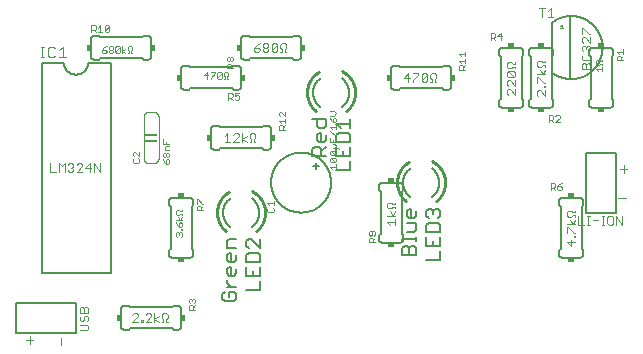
<source format=gto>
G75*
%MOIN*%
%OFA0B0*%
%FSLAX25Y25*%
%IPPOS*%
%LPD*%
%AMOC8*
5,1,8,0,0,1.08239X$1,22.5*
%
%ADD10C,0.00600*%
%ADD11C,0.00200*%
%ADD12C,0.00400*%
%ADD13R,0.04000X0.01000*%
%ADD14C,0.00300*%
%ADD15C,0.01000*%
%ADD16C,0.00500*%
%ADD17R,0.02000X0.01500*%
%ADD18R,0.01500X0.02000*%
%ADD19C,0.00100*%
D10*
X0024500Y0027260D02*
X0047500Y0027260D01*
X0047500Y0097260D01*
X0040000Y0097260D01*
X0042000Y0098260D02*
X0043500Y0098260D01*
X0044000Y0098760D01*
X0058000Y0098760D01*
X0058500Y0098260D01*
X0060000Y0098260D01*
X0060060Y0098262D01*
X0060121Y0098267D01*
X0060180Y0098276D01*
X0060239Y0098289D01*
X0060298Y0098305D01*
X0060355Y0098325D01*
X0060410Y0098348D01*
X0060465Y0098375D01*
X0060517Y0098404D01*
X0060568Y0098437D01*
X0060617Y0098473D01*
X0060663Y0098511D01*
X0060707Y0098553D01*
X0060749Y0098597D01*
X0060787Y0098643D01*
X0060823Y0098692D01*
X0060856Y0098743D01*
X0060885Y0098795D01*
X0060912Y0098850D01*
X0060935Y0098905D01*
X0060955Y0098962D01*
X0060971Y0099021D01*
X0060984Y0099080D01*
X0060993Y0099139D01*
X0060998Y0099200D01*
X0061000Y0099260D01*
X0061000Y0105260D01*
X0060998Y0105320D01*
X0060993Y0105381D01*
X0060984Y0105440D01*
X0060971Y0105499D01*
X0060955Y0105558D01*
X0060935Y0105615D01*
X0060912Y0105670D01*
X0060885Y0105725D01*
X0060856Y0105777D01*
X0060823Y0105828D01*
X0060787Y0105877D01*
X0060749Y0105923D01*
X0060707Y0105967D01*
X0060663Y0106009D01*
X0060617Y0106047D01*
X0060568Y0106083D01*
X0060517Y0106116D01*
X0060465Y0106145D01*
X0060410Y0106172D01*
X0060355Y0106195D01*
X0060298Y0106215D01*
X0060239Y0106231D01*
X0060180Y0106244D01*
X0060121Y0106253D01*
X0060060Y0106258D01*
X0060000Y0106260D01*
X0058500Y0106260D01*
X0058000Y0105760D01*
X0044000Y0105760D01*
X0043500Y0106260D01*
X0042000Y0106260D01*
X0041940Y0106258D01*
X0041879Y0106253D01*
X0041820Y0106244D01*
X0041761Y0106231D01*
X0041702Y0106215D01*
X0041645Y0106195D01*
X0041590Y0106172D01*
X0041535Y0106145D01*
X0041483Y0106116D01*
X0041432Y0106083D01*
X0041383Y0106047D01*
X0041337Y0106009D01*
X0041293Y0105967D01*
X0041251Y0105923D01*
X0041213Y0105877D01*
X0041177Y0105828D01*
X0041144Y0105777D01*
X0041115Y0105725D01*
X0041088Y0105670D01*
X0041065Y0105615D01*
X0041045Y0105558D01*
X0041029Y0105499D01*
X0041016Y0105440D01*
X0041007Y0105381D01*
X0041002Y0105320D01*
X0041000Y0105260D01*
X0041000Y0099260D01*
X0041002Y0099200D01*
X0041007Y0099139D01*
X0041016Y0099080D01*
X0041029Y0099021D01*
X0041045Y0098962D01*
X0041065Y0098905D01*
X0041088Y0098850D01*
X0041115Y0098795D01*
X0041144Y0098743D01*
X0041177Y0098692D01*
X0041213Y0098643D01*
X0041251Y0098597D01*
X0041293Y0098553D01*
X0041337Y0098511D01*
X0041383Y0098473D01*
X0041432Y0098437D01*
X0041483Y0098404D01*
X0041535Y0098375D01*
X0041590Y0098348D01*
X0041645Y0098325D01*
X0041702Y0098305D01*
X0041761Y0098289D01*
X0041820Y0098276D01*
X0041879Y0098267D01*
X0041940Y0098262D01*
X0042000Y0098260D01*
X0041940Y0098262D01*
X0041879Y0098267D01*
X0041820Y0098276D01*
X0041761Y0098289D01*
X0041702Y0098305D01*
X0041645Y0098325D01*
X0041590Y0098348D01*
X0041535Y0098375D01*
X0041483Y0098404D01*
X0041432Y0098437D01*
X0041383Y0098473D01*
X0041337Y0098511D01*
X0041293Y0098553D01*
X0041251Y0098597D01*
X0041213Y0098643D01*
X0041177Y0098692D01*
X0041144Y0098743D01*
X0041115Y0098795D01*
X0041088Y0098850D01*
X0041065Y0098905D01*
X0041045Y0098962D01*
X0041029Y0099021D01*
X0041016Y0099080D01*
X0041007Y0099139D01*
X0041002Y0099200D01*
X0041000Y0099260D01*
X0040000Y0097260D02*
X0039998Y0097134D01*
X0039992Y0097009D01*
X0039982Y0096884D01*
X0039968Y0096759D01*
X0039951Y0096634D01*
X0039929Y0096510D01*
X0039904Y0096387D01*
X0039874Y0096265D01*
X0039841Y0096144D01*
X0039804Y0096024D01*
X0039764Y0095905D01*
X0039719Y0095788D01*
X0039671Y0095671D01*
X0039619Y0095557D01*
X0039564Y0095444D01*
X0039505Y0095333D01*
X0039443Y0095224D01*
X0039377Y0095117D01*
X0039308Y0095012D01*
X0039236Y0094909D01*
X0039161Y0094808D01*
X0039082Y0094710D01*
X0039000Y0094615D01*
X0038916Y0094522D01*
X0038828Y0094432D01*
X0038738Y0094344D01*
X0038645Y0094260D01*
X0038550Y0094178D01*
X0038452Y0094099D01*
X0038351Y0094024D01*
X0038248Y0093952D01*
X0038143Y0093883D01*
X0038036Y0093817D01*
X0037927Y0093755D01*
X0037816Y0093696D01*
X0037703Y0093641D01*
X0037589Y0093589D01*
X0037472Y0093541D01*
X0037355Y0093496D01*
X0037236Y0093456D01*
X0037116Y0093419D01*
X0036995Y0093386D01*
X0036873Y0093356D01*
X0036750Y0093331D01*
X0036626Y0093309D01*
X0036501Y0093292D01*
X0036376Y0093278D01*
X0036251Y0093268D01*
X0036126Y0093262D01*
X0036000Y0093260D01*
X0035874Y0093262D01*
X0035749Y0093268D01*
X0035624Y0093278D01*
X0035499Y0093292D01*
X0035374Y0093309D01*
X0035250Y0093331D01*
X0035127Y0093356D01*
X0035005Y0093386D01*
X0034884Y0093419D01*
X0034764Y0093456D01*
X0034645Y0093496D01*
X0034528Y0093541D01*
X0034411Y0093589D01*
X0034297Y0093641D01*
X0034184Y0093696D01*
X0034073Y0093755D01*
X0033964Y0093817D01*
X0033857Y0093883D01*
X0033752Y0093952D01*
X0033649Y0094024D01*
X0033548Y0094099D01*
X0033450Y0094178D01*
X0033355Y0094260D01*
X0033262Y0094344D01*
X0033172Y0094432D01*
X0033084Y0094522D01*
X0033000Y0094615D01*
X0032918Y0094710D01*
X0032839Y0094808D01*
X0032764Y0094909D01*
X0032692Y0095012D01*
X0032623Y0095117D01*
X0032557Y0095224D01*
X0032495Y0095333D01*
X0032436Y0095444D01*
X0032381Y0095557D01*
X0032329Y0095671D01*
X0032281Y0095788D01*
X0032236Y0095905D01*
X0032196Y0096024D01*
X0032159Y0096144D01*
X0032126Y0096265D01*
X0032096Y0096387D01*
X0032071Y0096510D01*
X0032049Y0096634D01*
X0032032Y0096759D01*
X0032018Y0096884D01*
X0032008Y0097009D01*
X0032002Y0097134D01*
X0032000Y0097260D01*
X0024500Y0097260D01*
X0024500Y0027260D01*
X0051000Y0015260D02*
X0051000Y0009260D01*
X0051002Y0009200D01*
X0051007Y0009139D01*
X0051016Y0009080D01*
X0051029Y0009021D01*
X0051045Y0008962D01*
X0051065Y0008905D01*
X0051088Y0008850D01*
X0051115Y0008795D01*
X0051144Y0008743D01*
X0051177Y0008692D01*
X0051213Y0008643D01*
X0051251Y0008597D01*
X0051293Y0008553D01*
X0051337Y0008511D01*
X0051383Y0008473D01*
X0051432Y0008437D01*
X0051483Y0008404D01*
X0051535Y0008375D01*
X0051590Y0008348D01*
X0051645Y0008325D01*
X0051702Y0008305D01*
X0051761Y0008289D01*
X0051820Y0008276D01*
X0051879Y0008267D01*
X0051940Y0008262D01*
X0052000Y0008260D01*
X0053500Y0008260D01*
X0054000Y0008760D01*
X0068000Y0008760D01*
X0068500Y0008260D01*
X0070000Y0008260D01*
X0070060Y0008262D01*
X0070121Y0008267D01*
X0070180Y0008276D01*
X0070239Y0008289D01*
X0070298Y0008305D01*
X0070355Y0008325D01*
X0070410Y0008348D01*
X0070465Y0008375D01*
X0070517Y0008404D01*
X0070568Y0008437D01*
X0070617Y0008473D01*
X0070663Y0008511D01*
X0070707Y0008553D01*
X0070749Y0008597D01*
X0070787Y0008643D01*
X0070823Y0008692D01*
X0070856Y0008743D01*
X0070885Y0008795D01*
X0070912Y0008850D01*
X0070935Y0008905D01*
X0070955Y0008962D01*
X0070971Y0009021D01*
X0070984Y0009080D01*
X0070993Y0009139D01*
X0070998Y0009200D01*
X0071000Y0009260D01*
X0071000Y0015260D01*
X0070998Y0015320D01*
X0070993Y0015381D01*
X0070984Y0015440D01*
X0070971Y0015499D01*
X0070955Y0015558D01*
X0070935Y0015615D01*
X0070912Y0015670D01*
X0070885Y0015725D01*
X0070856Y0015777D01*
X0070823Y0015828D01*
X0070787Y0015877D01*
X0070749Y0015923D01*
X0070707Y0015967D01*
X0070663Y0016009D01*
X0070617Y0016047D01*
X0070568Y0016083D01*
X0070517Y0016116D01*
X0070465Y0016145D01*
X0070410Y0016172D01*
X0070355Y0016195D01*
X0070298Y0016215D01*
X0070239Y0016231D01*
X0070180Y0016244D01*
X0070121Y0016253D01*
X0070060Y0016258D01*
X0070000Y0016260D01*
X0068500Y0016260D01*
X0068000Y0015760D01*
X0054000Y0015760D01*
X0053500Y0016260D01*
X0052000Y0016260D01*
X0051940Y0016258D01*
X0051879Y0016253D01*
X0051820Y0016244D01*
X0051761Y0016231D01*
X0051702Y0016215D01*
X0051645Y0016195D01*
X0051590Y0016172D01*
X0051535Y0016145D01*
X0051483Y0016116D01*
X0051432Y0016083D01*
X0051383Y0016047D01*
X0051337Y0016009D01*
X0051293Y0015967D01*
X0051251Y0015923D01*
X0051213Y0015877D01*
X0051177Y0015828D01*
X0051144Y0015777D01*
X0051115Y0015725D01*
X0051088Y0015670D01*
X0051065Y0015615D01*
X0051045Y0015558D01*
X0051029Y0015499D01*
X0051016Y0015440D01*
X0051007Y0015381D01*
X0051002Y0015320D01*
X0051000Y0015260D01*
X0051002Y0015320D01*
X0051007Y0015381D01*
X0051016Y0015440D01*
X0051029Y0015499D01*
X0051045Y0015558D01*
X0051065Y0015615D01*
X0051088Y0015670D01*
X0051115Y0015725D01*
X0051144Y0015777D01*
X0051177Y0015828D01*
X0051213Y0015877D01*
X0051251Y0015923D01*
X0051293Y0015967D01*
X0051337Y0016009D01*
X0051383Y0016047D01*
X0051432Y0016083D01*
X0051483Y0016116D01*
X0051535Y0016145D01*
X0051590Y0016172D01*
X0051645Y0016195D01*
X0051702Y0016215D01*
X0051761Y0016231D01*
X0051820Y0016244D01*
X0051879Y0016253D01*
X0051940Y0016258D01*
X0052000Y0016260D01*
X0051000Y0009260D02*
X0051002Y0009200D01*
X0051007Y0009139D01*
X0051016Y0009080D01*
X0051029Y0009021D01*
X0051045Y0008962D01*
X0051065Y0008905D01*
X0051088Y0008850D01*
X0051115Y0008795D01*
X0051144Y0008743D01*
X0051177Y0008692D01*
X0051213Y0008643D01*
X0051251Y0008597D01*
X0051293Y0008553D01*
X0051337Y0008511D01*
X0051383Y0008473D01*
X0051432Y0008437D01*
X0051483Y0008404D01*
X0051535Y0008375D01*
X0051590Y0008348D01*
X0051645Y0008325D01*
X0051702Y0008305D01*
X0051761Y0008289D01*
X0051820Y0008276D01*
X0051879Y0008267D01*
X0051940Y0008262D01*
X0052000Y0008260D01*
X0070000Y0008260D02*
X0070060Y0008262D01*
X0070121Y0008267D01*
X0070180Y0008276D01*
X0070239Y0008289D01*
X0070298Y0008305D01*
X0070355Y0008325D01*
X0070410Y0008348D01*
X0070465Y0008375D01*
X0070517Y0008404D01*
X0070568Y0008437D01*
X0070617Y0008473D01*
X0070663Y0008511D01*
X0070707Y0008553D01*
X0070749Y0008597D01*
X0070787Y0008643D01*
X0070823Y0008692D01*
X0070856Y0008743D01*
X0070885Y0008795D01*
X0070912Y0008850D01*
X0070935Y0008905D01*
X0070955Y0008962D01*
X0070971Y0009021D01*
X0070984Y0009080D01*
X0070993Y0009139D01*
X0070998Y0009200D01*
X0071000Y0009260D01*
X0071000Y0015260D02*
X0070998Y0015320D01*
X0070993Y0015381D01*
X0070984Y0015440D01*
X0070971Y0015499D01*
X0070955Y0015558D01*
X0070935Y0015615D01*
X0070912Y0015670D01*
X0070885Y0015725D01*
X0070856Y0015777D01*
X0070823Y0015828D01*
X0070787Y0015877D01*
X0070749Y0015923D01*
X0070707Y0015967D01*
X0070663Y0016009D01*
X0070617Y0016047D01*
X0070568Y0016083D01*
X0070517Y0016116D01*
X0070465Y0016145D01*
X0070410Y0016172D01*
X0070355Y0016195D01*
X0070298Y0016215D01*
X0070239Y0016231D01*
X0070180Y0016244D01*
X0070121Y0016253D01*
X0070060Y0016258D01*
X0070000Y0016260D01*
X0068000Y0032260D02*
X0074000Y0032260D01*
X0074060Y0032262D01*
X0074121Y0032267D01*
X0074180Y0032276D01*
X0074239Y0032289D01*
X0074298Y0032305D01*
X0074355Y0032325D01*
X0074410Y0032348D01*
X0074465Y0032375D01*
X0074517Y0032404D01*
X0074568Y0032437D01*
X0074617Y0032473D01*
X0074663Y0032511D01*
X0074707Y0032553D01*
X0074749Y0032597D01*
X0074787Y0032643D01*
X0074823Y0032692D01*
X0074856Y0032743D01*
X0074885Y0032795D01*
X0074912Y0032850D01*
X0074935Y0032905D01*
X0074955Y0032962D01*
X0074971Y0033021D01*
X0074984Y0033080D01*
X0074993Y0033139D01*
X0074998Y0033200D01*
X0075000Y0033260D01*
X0075000Y0034760D01*
X0074500Y0035260D01*
X0074500Y0049260D01*
X0075000Y0049760D01*
X0075000Y0051260D01*
X0074998Y0051320D01*
X0074993Y0051381D01*
X0074984Y0051440D01*
X0074971Y0051499D01*
X0074955Y0051558D01*
X0074935Y0051615D01*
X0074912Y0051670D01*
X0074885Y0051725D01*
X0074856Y0051777D01*
X0074823Y0051828D01*
X0074787Y0051877D01*
X0074749Y0051923D01*
X0074707Y0051967D01*
X0074663Y0052009D01*
X0074617Y0052047D01*
X0074568Y0052083D01*
X0074517Y0052116D01*
X0074465Y0052145D01*
X0074410Y0052172D01*
X0074355Y0052195D01*
X0074298Y0052215D01*
X0074239Y0052231D01*
X0074180Y0052244D01*
X0074121Y0052253D01*
X0074060Y0052258D01*
X0074000Y0052260D01*
X0068000Y0052260D01*
X0067940Y0052258D01*
X0067879Y0052253D01*
X0067820Y0052244D01*
X0067761Y0052231D01*
X0067702Y0052215D01*
X0067645Y0052195D01*
X0067590Y0052172D01*
X0067535Y0052145D01*
X0067483Y0052116D01*
X0067432Y0052083D01*
X0067383Y0052047D01*
X0067337Y0052009D01*
X0067293Y0051967D01*
X0067251Y0051923D01*
X0067213Y0051877D01*
X0067177Y0051828D01*
X0067144Y0051777D01*
X0067115Y0051725D01*
X0067088Y0051670D01*
X0067065Y0051615D01*
X0067045Y0051558D01*
X0067029Y0051499D01*
X0067016Y0051440D01*
X0067007Y0051381D01*
X0067002Y0051320D01*
X0067000Y0051260D01*
X0067000Y0049760D01*
X0067500Y0049260D01*
X0067500Y0035260D01*
X0067000Y0034760D01*
X0067000Y0033260D01*
X0067002Y0033200D01*
X0067007Y0033139D01*
X0067016Y0033080D01*
X0067029Y0033021D01*
X0067045Y0032962D01*
X0067065Y0032905D01*
X0067088Y0032850D01*
X0067115Y0032795D01*
X0067144Y0032743D01*
X0067177Y0032692D01*
X0067213Y0032643D01*
X0067251Y0032597D01*
X0067293Y0032553D01*
X0067337Y0032511D01*
X0067383Y0032473D01*
X0067432Y0032437D01*
X0067483Y0032404D01*
X0067535Y0032375D01*
X0067590Y0032348D01*
X0067645Y0032325D01*
X0067702Y0032305D01*
X0067761Y0032289D01*
X0067820Y0032276D01*
X0067879Y0032267D01*
X0067940Y0032262D01*
X0068000Y0032260D01*
X0067940Y0032262D01*
X0067879Y0032267D01*
X0067820Y0032276D01*
X0067761Y0032289D01*
X0067702Y0032305D01*
X0067645Y0032325D01*
X0067590Y0032348D01*
X0067535Y0032375D01*
X0067483Y0032404D01*
X0067432Y0032437D01*
X0067383Y0032473D01*
X0067337Y0032511D01*
X0067293Y0032553D01*
X0067251Y0032597D01*
X0067213Y0032643D01*
X0067177Y0032692D01*
X0067144Y0032743D01*
X0067115Y0032795D01*
X0067088Y0032850D01*
X0067065Y0032905D01*
X0067045Y0032962D01*
X0067029Y0033021D01*
X0067016Y0033080D01*
X0067007Y0033139D01*
X0067002Y0033200D01*
X0067000Y0033260D01*
X0074000Y0032260D02*
X0074060Y0032262D01*
X0074121Y0032267D01*
X0074180Y0032276D01*
X0074239Y0032289D01*
X0074298Y0032305D01*
X0074355Y0032325D01*
X0074410Y0032348D01*
X0074465Y0032375D01*
X0074517Y0032404D01*
X0074568Y0032437D01*
X0074617Y0032473D01*
X0074663Y0032511D01*
X0074707Y0032553D01*
X0074749Y0032597D01*
X0074787Y0032643D01*
X0074823Y0032692D01*
X0074856Y0032743D01*
X0074885Y0032795D01*
X0074912Y0032850D01*
X0074935Y0032905D01*
X0074955Y0032962D01*
X0074971Y0033021D01*
X0074984Y0033080D01*
X0074993Y0033139D01*
X0074998Y0033200D01*
X0075000Y0033260D01*
X0085000Y0047260D02*
X0085002Y0047412D01*
X0085008Y0047563D01*
X0085017Y0047714D01*
X0085031Y0047866D01*
X0085048Y0048016D01*
X0085069Y0048166D01*
X0085094Y0048316D01*
X0085122Y0048465D01*
X0085155Y0048613D01*
X0085191Y0048760D01*
X0085230Y0048907D01*
X0085274Y0049052D01*
X0085321Y0049196D01*
X0085372Y0049339D01*
X0085426Y0049480D01*
X0085484Y0049621D01*
X0085545Y0049759D01*
X0085610Y0049896D01*
X0085679Y0050032D01*
X0085750Y0050165D01*
X0085825Y0050297D01*
X0085904Y0050427D01*
X0085985Y0050554D01*
X0086070Y0050680D01*
X0086158Y0050804D01*
X0086249Y0050925D01*
X0086343Y0051044D01*
X0086441Y0051160D01*
X0086541Y0051274D01*
X0086643Y0051386D01*
X0086749Y0051494D01*
X0086857Y0051600D01*
X0086968Y0051704D01*
X0087082Y0051804D01*
X0087198Y0051902D01*
X0087317Y0051996D01*
X0097000Y0047260D02*
X0096998Y0047106D01*
X0096992Y0046952D01*
X0096982Y0046798D01*
X0096968Y0046644D01*
X0096951Y0046491D01*
X0096929Y0046339D01*
X0096903Y0046187D01*
X0096874Y0046035D01*
X0096840Y0045885D01*
X0096803Y0045735D01*
X0096762Y0045587D01*
X0096717Y0045439D01*
X0096668Y0045293D01*
X0096616Y0045148D01*
X0096560Y0045005D01*
X0096500Y0044862D01*
X0096437Y0044722D01*
X0096370Y0044583D01*
X0096299Y0044446D01*
X0096225Y0044311D01*
X0096148Y0044178D01*
X0096067Y0044046D01*
X0095983Y0043917D01*
X0095895Y0043790D01*
X0095804Y0043666D01*
X0095711Y0043544D01*
X0095613Y0043424D01*
X0095513Y0043307D01*
X0095410Y0043192D01*
X0095304Y0043080D01*
X0095196Y0042971D01*
X0095084Y0042865D01*
X0094970Y0042761D01*
X0094853Y0042661D01*
X0094734Y0042563D01*
X0094612Y0042469D01*
X0094487Y0042378D01*
X0097000Y0047260D02*
X0096998Y0047410D01*
X0096992Y0047561D01*
X0096983Y0047711D01*
X0096970Y0047860D01*
X0096953Y0048010D01*
X0096932Y0048159D01*
X0096908Y0048307D01*
X0096880Y0048455D01*
X0096848Y0048602D01*
X0096813Y0048748D01*
X0096773Y0048893D01*
X0096731Y0049037D01*
X0096684Y0049180D01*
X0096634Y0049322D01*
X0096581Y0049463D01*
X0096524Y0049602D01*
X0096464Y0049740D01*
X0096400Y0049876D01*
X0096333Y0050010D01*
X0096262Y0050143D01*
X0096188Y0050274D01*
X0096111Y0050403D01*
X0096030Y0050530D01*
X0095947Y0050655D01*
X0095860Y0050778D01*
X0095771Y0050899D01*
X0095678Y0051017D01*
X0095582Y0051133D01*
X0095484Y0051247D01*
X0095383Y0051358D01*
X0095278Y0051467D01*
X0095172Y0051572D01*
X0095062Y0051676D01*
X0094950Y0051776D01*
X0094836Y0051874D01*
X0094719Y0051968D01*
X0094600Y0052060D01*
X0085000Y0047260D02*
X0085002Y0047108D01*
X0085008Y0046957D01*
X0085017Y0046806D01*
X0085031Y0046654D01*
X0085048Y0046504D01*
X0085069Y0046354D01*
X0085094Y0046204D01*
X0085122Y0046055D01*
X0085155Y0045907D01*
X0085191Y0045760D01*
X0085230Y0045613D01*
X0085274Y0045468D01*
X0085321Y0045324D01*
X0085372Y0045181D01*
X0085426Y0045040D01*
X0085484Y0044899D01*
X0085545Y0044761D01*
X0085610Y0044624D01*
X0085679Y0044488D01*
X0085750Y0044355D01*
X0085825Y0044223D01*
X0085904Y0044093D01*
X0085985Y0043966D01*
X0086070Y0043840D01*
X0086158Y0043716D01*
X0086249Y0043595D01*
X0086343Y0043476D01*
X0086441Y0043360D01*
X0086541Y0043246D01*
X0086643Y0043134D01*
X0086749Y0043026D01*
X0086857Y0042920D01*
X0086968Y0042816D01*
X0087082Y0042716D01*
X0087198Y0042618D01*
X0087317Y0042524D01*
X0075000Y0051260D02*
X0074998Y0051320D01*
X0074993Y0051381D01*
X0074984Y0051440D01*
X0074971Y0051499D01*
X0074955Y0051558D01*
X0074935Y0051615D01*
X0074912Y0051670D01*
X0074885Y0051725D01*
X0074856Y0051777D01*
X0074823Y0051828D01*
X0074787Y0051877D01*
X0074749Y0051923D01*
X0074707Y0051967D01*
X0074663Y0052009D01*
X0074617Y0052047D01*
X0074568Y0052083D01*
X0074517Y0052116D01*
X0074465Y0052145D01*
X0074410Y0052172D01*
X0074355Y0052195D01*
X0074298Y0052215D01*
X0074239Y0052231D01*
X0074180Y0052244D01*
X0074121Y0052253D01*
X0074060Y0052258D01*
X0074000Y0052260D01*
X0068000Y0052260D02*
X0067940Y0052258D01*
X0067879Y0052253D01*
X0067820Y0052244D01*
X0067761Y0052231D01*
X0067702Y0052215D01*
X0067645Y0052195D01*
X0067590Y0052172D01*
X0067535Y0052145D01*
X0067483Y0052116D01*
X0067432Y0052083D01*
X0067383Y0052047D01*
X0067337Y0052009D01*
X0067293Y0051967D01*
X0067251Y0051923D01*
X0067213Y0051877D01*
X0067177Y0051828D01*
X0067144Y0051777D01*
X0067115Y0051725D01*
X0067088Y0051670D01*
X0067065Y0051615D01*
X0067045Y0051558D01*
X0067029Y0051499D01*
X0067016Y0051440D01*
X0067007Y0051381D01*
X0067002Y0051320D01*
X0067000Y0051260D01*
X0082000Y0068260D02*
X0083500Y0068260D01*
X0084000Y0068760D01*
X0098000Y0068760D01*
X0098500Y0068260D01*
X0100000Y0068260D01*
X0100060Y0068262D01*
X0100121Y0068267D01*
X0100180Y0068276D01*
X0100239Y0068289D01*
X0100298Y0068305D01*
X0100355Y0068325D01*
X0100410Y0068348D01*
X0100465Y0068375D01*
X0100517Y0068404D01*
X0100568Y0068437D01*
X0100617Y0068473D01*
X0100663Y0068511D01*
X0100707Y0068553D01*
X0100749Y0068597D01*
X0100787Y0068643D01*
X0100823Y0068692D01*
X0100856Y0068743D01*
X0100885Y0068795D01*
X0100912Y0068850D01*
X0100935Y0068905D01*
X0100955Y0068962D01*
X0100971Y0069021D01*
X0100984Y0069080D01*
X0100993Y0069139D01*
X0100998Y0069200D01*
X0101000Y0069260D01*
X0101000Y0075260D01*
X0100998Y0075320D01*
X0100993Y0075381D01*
X0100984Y0075440D01*
X0100971Y0075499D01*
X0100955Y0075558D01*
X0100935Y0075615D01*
X0100912Y0075670D01*
X0100885Y0075725D01*
X0100856Y0075777D01*
X0100823Y0075828D01*
X0100787Y0075877D01*
X0100749Y0075923D01*
X0100707Y0075967D01*
X0100663Y0076009D01*
X0100617Y0076047D01*
X0100568Y0076083D01*
X0100517Y0076116D01*
X0100465Y0076145D01*
X0100410Y0076172D01*
X0100355Y0076195D01*
X0100298Y0076215D01*
X0100239Y0076231D01*
X0100180Y0076244D01*
X0100121Y0076253D01*
X0100060Y0076258D01*
X0100000Y0076260D01*
X0098500Y0076260D01*
X0098000Y0075760D01*
X0084000Y0075760D01*
X0083500Y0076260D01*
X0082000Y0076260D01*
X0081940Y0076258D01*
X0081879Y0076253D01*
X0081820Y0076244D01*
X0081761Y0076231D01*
X0081702Y0076215D01*
X0081645Y0076195D01*
X0081590Y0076172D01*
X0081535Y0076145D01*
X0081483Y0076116D01*
X0081432Y0076083D01*
X0081383Y0076047D01*
X0081337Y0076009D01*
X0081293Y0075967D01*
X0081251Y0075923D01*
X0081213Y0075877D01*
X0081177Y0075828D01*
X0081144Y0075777D01*
X0081115Y0075725D01*
X0081088Y0075670D01*
X0081065Y0075615D01*
X0081045Y0075558D01*
X0081029Y0075499D01*
X0081016Y0075440D01*
X0081007Y0075381D01*
X0081002Y0075320D01*
X0081000Y0075260D01*
X0081000Y0069260D01*
X0081002Y0069200D01*
X0081007Y0069139D01*
X0081016Y0069080D01*
X0081029Y0069021D01*
X0081045Y0068962D01*
X0081065Y0068905D01*
X0081088Y0068850D01*
X0081115Y0068795D01*
X0081144Y0068743D01*
X0081177Y0068692D01*
X0081213Y0068643D01*
X0081251Y0068597D01*
X0081293Y0068553D01*
X0081337Y0068511D01*
X0081383Y0068473D01*
X0081432Y0068437D01*
X0081483Y0068404D01*
X0081535Y0068375D01*
X0081590Y0068348D01*
X0081645Y0068325D01*
X0081702Y0068305D01*
X0081761Y0068289D01*
X0081820Y0068276D01*
X0081879Y0068267D01*
X0081940Y0068262D01*
X0082000Y0068260D01*
X0081940Y0068262D01*
X0081879Y0068267D01*
X0081820Y0068276D01*
X0081761Y0068289D01*
X0081702Y0068305D01*
X0081645Y0068325D01*
X0081590Y0068348D01*
X0081535Y0068375D01*
X0081483Y0068404D01*
X0081432Y0068437D01*
X0081383Y0068473D01*
X0081337Y0068511D01*
X0081293Y0068553D01*
X0081251Y0068597D01*
X0081213Y0068643D01*
X0081177Y0068692D01*
X0081144Y0068743D01*
X0081115Y0068795D01*
X0081088Y0068850D01*
X0081065Y0068905D01*
X0081045Y0068962D01*
X0081029Y0069021D01*
X0081016Y0069080D01*
X0081007Y0069139D01*
X0081002Y0069200D01*
X0081000Y0069260D01*
X0081000Y0075260D02*
X0081002Y0075320D01*
X0081007Y0075381D01*
X0081016Y0075440D01*
X0081029Y0075499D01*
X0081045Y0075558D01*
X0081065Y0075615D01*
X0081088Y0075670D01*
X0081115Y0075725D01*
X0081144Y0075777D01*
X0081177Y0075828D01*
X0081213Y0075877D01*
X0081251Y0075923D01*
X0081293Y0075967D01*
X0081337Y0076009D01*
X0081383Y0076047D01*
X0081432Y0076083D01*
X0081483Y0076116D01*
X0081535Y0076145D01*
X0081590Y0076172D01*
X0081645Y0076195D01*
X0081702Y0076215D01*
X0081761Y0076231D01*
X0081820Y0076244D01*
X0081879Y0076253D01*
X0081940Y0076258D01*
X0082000Y0076260D01*
X0100000Y0076260D02*
X0100060Y0076258D01*
X0100121Y0076253D01*
X0100180Y0076244D01*
X0100239Y0076231D01*
X0100298Y0076215D01*
X0100355Y0076195D01*
X0100410Y0076172D01*
X0100465Y0076145D01*
X0100517Y0076116D01*
X0100568Y0076083D01*
X0100617Y0076047D01*
X0100663Y0076009D01*
X0100707Y0075967D01*
X0100749Y0075923D01*
X0100787Y0075877D01*
X0100823Y0075828D01*
X0100856Y0075777D01*
X0100885Y0075725D01*
X0100912Y0075670D01*
X0100935Y0075615D01*
X0100955Y0075558D01*
X0100971Y0075499D01*
X0100984Y0075440D01*
X0100993Y0075381D01*
X0100998Y0075320D01*
X0101000Y0075260D01*
X0101000Y0069260D02*
X0100998Y0069200D01*
X0100993Y0069139D01*
X0100984Y0069080D01*
X0100971Y0069021D01*
X0100955Y0068962D01*
X0100935Y0068905D01*
X0100912Y0068850D01*
X0100885Y0068795D01*
X0100856Y0068743D01*
X0100823Y0068692D01*
X0100787Y0068643D01*
X0100749Y0068597D01*
X0100707Y0068553D01*
X0100663Y0068511D01*
X0100617Y0068473D01*
X0100568Y0068437D01*
X0100517Y0068404D01*
X0100465Y0068375D01*
X0100410Y0068348D01*
X0100355Y0068325D01*
X0100298Y0068305D01*
X0100239Y0068289D01*
X0100180Y0068276D01*
X0100121Y0068267D01*
X0100060Y0068262D01*
X0100000Y0068260D01*
X0115000Y0062760D02*
X0116000Y0062760D01*
X0117000Y0062760D01*
X0116000Y0062760D02*
X0116000Y0061760D01*
X0116000Y0062760D02*
X0116000Y0063760D01*
X0101000Y0057260D02*
X0101003Y0057505D01*
X0101012Y0057751D01*
X0101027Y0057996D01*
X0101048Y0058240D01*
X0101075Y0058484D01*
X0101108Y0058727D01*
X0101147Y0058970D01*
X0101192Y0059211D01*
X0101243Y0059451D01*
X0101300Y0059690D01*
X0101362Y0059927D01*
X0101431Y0060163D01*
X0101505Y0060397D01*
X0101585Y0060629D01*
X0101670Y0060859D01*
X0101761Y0061087D01*
X0101858Y0061312D01*
X0101960Y0061536D01*
X0102068Y0061756D01*
X0102181Y0061974D01*
X0102299Y0062189D01*
X0102423Y0062401D01*
X0102551Y0062610D01*
X0102685Y0062816D01*
X0102824Y0063018D01*
X0102968Y0063217D01*
X0103117Y0063412D01*
X0103270Y0063604D01*
X0103428Y0063792D01*
X0103590Y0063976D01*
X0103758Y0064155D01*
X0103929Y0064331D01*
X0104105Y0064502D01*
X0104284Y0064670D01*
X0104468Y0064832D01*
X0104656Y0064990D01*
X0104848Y0065143D01*
X0105043Y0065292D01*
X0105242Y0065436D01*
X0105444Y0065575D01*
X0105650Y0065709D01*
X0105859Y0065837D01*
X0106071Y0065961D01*
X0106286Y0066079D01*
X0106504Y0066192D01*
X0106724Y0066300D01*
X0106948Y0066402D01*
X0107173Y0066499D01*
X0107401Y0066590D01*
X0107631Y0066675D01*
X0107863Y0066755D01*
X0108097Y0066829D01*
X0108333Y0066898D01*
X0108570Y0066960D01*
X0108809Y0067017D01*
X0109049Y0067068D01*
X0109290Y0067113D01*
X0109533Y0067152D01*
X0109776Y0067185D01*
X0110020Y0067212D01*
X0110264Y0067233D01*
X0110509Y0067248D01*
X0110755Y0067257D01*
X0111000Y0067260D01*
X0111245Y0067257D01*
X0111491Y0067248D01*
X0111736Y0067233D01*
X0111980Y0067212D01*
X0112224Y0067185D01*
X0112467Y0067152D01*
X0112710Y0067113D01*
X0112951Y0067068D01*
X0113191Y0067017D01*
X0113430Y0066960D01*
X0113667Y0066898D01*
X0113903Y0066829D01*
X0114137Y0066755D01*
X0114369Y0066675D01*
X0114599Y0066590D01*
X0114827Y0066499D01*
X0115052Y0066402D01*
X0115276Y0066300D01*
X0115496Y0066192D01*
X0115714Y0066079D01*
X0115929Y0065961D01*
X0116141Y0065837D01*
X0116350Y0065709D01*
X0116556Y0065575D01*
X0116758Y0065436D01*
X0116957Y0065292D01*
X0117152Y0065143D01*
X0117344Y0064990D01*
X0117532Y0064832D01*
X0117716Y0064670D01*
X0117895Y0064502D01*
X0118071Y0064331D01*
X0118242Y0064155D01*
X0118410Y0063976D01*
X0118572Y0063792D01*
X0118730Y0063604D01*
X0118883Y0063412D01*
X0119032Y0063217D01*
X0119176Y0063018D01*
X0119315Y0062816D01*
X0119449Y0062610D01*
X0119577Y0062401D01*
X0119701Y0062189D01*
X0119819Y0061974D01*
X0119932Y0061756D01*
X0120040Y0061536D01*
X0120142Y0061312D01*
X0120239Y0061087D01*
X0120330Y0060859D01*
X0120415Y0060629D01*
X0120495Y0060397D01*
X0120569Y0060163D01*
X0120638Y0059927D01*
X0120700Y0059690D01*
X0120757Y0059451D01*
X0120808Y0059211D01*
X0120853Y0058970D01*
X0120892Y0058727D01*
X0120925Y0058484D01*
X0120952Y0058240D01*
X0120973Y0057996D01*
X0120988Y0057751D01*
X0120997Y0057505D01*
X0121000Y0057260D01*
X0120997Y0057015D01*
X0120988Y0056769D01*
X0120973Y0056524D01*
X0120952Y0056280D01*
X0120925Y0056036D01*
X0120892Y0055793D01*
X0120853Y0055550D01*
X0120808Y0055309D01*
X0120757Y0055069D01*
X0120700Y0054830D01*
X0120638Y0054593D01*
X0120569Y0054357D01*
X0120495Y0054123D01*
X0120415Y0053891D01*
X0120330Y0053661D01*
X0120239Y0053433D01*
X0120142Y0053208D01*
X0120040Y0052984D01*
X0119932Y0052764D01*
X0119819Y0052546D01*
X0119701Y0052331D01*
X0119577Y0052119D01*
X0119449Y0051910D01*
X0119315Y0051704D01*
X0119176Y0051502D01*
X0119032Y0051303D01*
X0118883Y0051108D01*
X0118730Y0050916D01*
X0118572Y0050728D01*
X0118410Y0050544D01*
X0118242Y0050365D01*
X0118071Y0050189D01*
X0117895Y0050018D01*
X0117716Y0049850D01*
X0117532Y0049688D01*
X0117344Y0049530D01*
X0117152Y0049377D01*
X0116957Y0049228D01*
X0116758Y0049084D01*
X0116556Y0048945D01*
X0116350Y0048811D01*
X0116141Y0048683D01*
X0115929Y0048559D01*
X0115714Y0048441D01*
X0115496Y0048328D01*
X0115276Y0048220D01*
X0115052Y0048118D01*
X0114827Y0048021D01*
X0114599Y0047930D01*
X0114369Y0047845D01*
X0114137Y0047765D01*
X0113903Y0047691D01*
X0113667Y0047622D01*
X0113430Y0047560D01*
X0113191Y0047503D01*
X0112951Y0047452D01*
X0112710Y0047407D01*
X0112467Y0047368D01*
X0112224Y0047335D01*
X0111980Y0047308D01*
X0111736Y0047287D01*
X0111491Y0047272D01*
X0111245Y0047263D01*
X0111000Y0047260D01*
X0110755Y0047263D01*
X0110509Y0047272D01*
X0110264Y0047287D01*
X0110020Y0047308D01*
X0109776Y0047335D01*
X0109533Y0047368D01*
X0109290Y0047407D01*
X0109049Y0047452D01*
X0108809Y0047503D01*
X0108570Y0047560D01*
X0108333Y0047622D01*
X0108097Y0047691D01*
X0107863Y0047765D01*
X0107631Y0047845D01*
X0107401Y0047930D01*
X0107173Y0048021D01*
X0106948Y0048118D01*
X0106724Y0048220D01*
X0106504Y0048328D01*
X0106286Y0048441D01*
X0106071Y0048559D01*
X0105859Y0048683D01*
X0105650Y0048811D01*
X0105444Y0048945D01*
X0105242Y0049084D01*
X0105043Y0049228D01*
X0104848Y0049377D01*
X0104656Y0049530D01*
X0104468Y0049688D01*
X0104284Y0049850D01*
X0104105Y0050018D01*
X0103929Y0050189D01*
X0103758Y0050365D01*
X0103590Y0050544D01*
X0103428Y0050728D01*
X0103270Y0050916D01*
X0103117Y0051108D01*
X0102968Y0051303D01*
X0102824Y0051502D01*
X0102685Y0051704D01*
X0102551Y0051910D01*
X0102423Y0052119D01*
X0102299Y0052331D01*
X0102181Y0052546D01*
X0102068Y0052764D01*
X0101960Y0052984D01*
X0101858Y0053208D01*
X0101761Y0053433D01*
X0101670Y0053661D01*
X0101585Y0053891D01*
X0101505Y0054123D01*
X0101431Y0054357D01*
X0101362Y0054593D01*
X0101300Y0054830D01*
X0101243Y0055069D01*
X0101192Y0055309D01*
X0101147Y0055550D01*
X0101108Y0055793D01*
X0101075Y0056036D01*
X0101048Y0056280D01*
X0101027Y0056524D01*
X0101012Y0056769D01*
X0101003Y0057015D01*
X0101000Y0057260D01*
X0137000Y0056260D02*
X0137000Y0054760D01*
X0137500Y0054260D01*
X0137500Y0040260D01*
X0137000Y0039760D01*
X0137000Y0038260D01*
X0137002Y0038200D01*
X0137007Y0038139D01*
X0137016Y0038080D01*
X0137029Y0038021D01*
X0137045Y0037962D01*
X0137065Y0037905D01*
X0137088Y0037850D01*
X0137115Y0037795D01*
X0137144Y0037743D01*
X0137177Y0037692D01*
X0137213Y0037643D01*
X0137251Y0037597D01*
X0137293Y0037553D01*
X0137337Y0037511D01*
X0137383Y0037473D01*
X0137432Y0037437D01*
X0137483Y0037404D01*
X0137535Y0037375D01*
X0137590Y0037348D01*
X0137645Y0037325D01*
X0137702Y0037305D01*
X0137761Y0037289D01*
X0137820Y0037276D01*
X0137879Y0037267D01*
X0137940Y0037262D01*
X0138000Y0037260D01*
X0144000Y0037260D01*
X0144060Y0037262D01*
X0144121Y0037267D01*
X0144180Y0037276D01*
X0144239Y0037289D01*
X0144298Y0037305D01*
X0144355Y0037325D01*
X0144410Y0037348D01*
X0144465Y0037375D01*
X0144517Y0037404D01*
X0144568Y0037437D01*
X0144617Y0037473D01*
X0144663Y0037511D01*
X0144707Y0037553D01*
X0144749Y0037597D01*
X0144787Y0037643D01*
X0144823Y0037692D01*
X0144856Y0037743D01*
X0144885Y0037795D01*
X0144912Y0037850D01*
X0144935Y0037905D01*
X0144955Y0037962D01*
X0144971Y0038021D01*
X0144984Y0038080D01*
X0144993Y0038139D01*
X0144998Y0038200D01*
X0145000Y0038260D01*
X0145000Y0039760D01*
X0144500Y0040260D01*
X0144500Y0054260D01*
X0145000Y0054760D01*
X0145000Y0056260D01*
X0144998Y0056320D01*
X0144993Y0056381D01*
X0144984Y0056440D01*
X0144971Y0056499D01*
X0144955Y0056558D01*
X0144935Y0056615D01*
X0144912Y0056670D01*
X0144885Y0056725D01*
X0144856Y0056777D01*
X0144823Y0056828D01*
X0144787Y0056877D01*
X0144749Y0056923D01*
X0144707Y0056967D01*
X0144663Y0057009D01*
X0144617Y0057047D01*
X0144568Y0057083D01*
X0144517Y0057116D01*
X0144465Y0057145D01*
X0144410Y0057172D01*
X0144355Y0057195D01*
X0144298Y0057215D01*
X0144239Y0057231D01*
X0144180Y0057244D01*
X0144121Y0057253D01*
X0144060Y0057258D01*
X0144000Y0057260D01*
X0138000Y0057260D01*
X0137940Y0057258D01*
X0137879Y0057253D01*
X0137820Y0057244D01*
X0137761Y0057231D01*
X0137702Y0057215D01*
X0137645Y0057195D01*
X0137590Y0057172D01*
X0137535Y0057145D01*
X0137483Y0057116D01*
X0137432Y0057083D01*
X0137383Y0057047D01*
X0137337Y0057009D01*
X0137293Y0056967D01*
X0137251Y0056923D01*
X0137213Y0056877D01*
X0137177Y0056828D01*
X0137144Y0056777D01*
X0137115Y0056725D01*
X0137088Y0056670D01*
X0137065Y0056615D01*
X0137045Y0056558D01*
X0137029Y0056499D01*
X0137016Y0056440D01*
X0137007Y0056381D01*
X0137002Y0056320D01*
X0137000Y0056260D01*
X0137002Y0056320D01*
X0137007Y0056381D01*
X0137016Y0056440D01*
X0137029Y0056499D01*
X0137045Y0056558D01*
X0137065Y0056615D01*
X0137088Y0056670D01*
X0137115Y0056725D01*
X0137144Y0056777D01*
X0137177Y0056828D01*
X0137213Y0056877D01*
X0137251Y0056923D01*
X0137293Y0056967D01*
X0137337Y0057009D01*
X0137383Y0057047D01*
X0137432Y0057083D01*
X0137483Y0057116D01*
X0137535Y0057145D01*
X0137590Y0057172D01*
X0137645Y0057195D01*
X0137702Y0057215D01*
X0137761Y0057231D01*
X0137820Y0057244D01*
X0137879Y0057253D01*
X0137940Y0057258D01*
X0138000Y0057260D01*
X0144000Y0057260D02*
X0144060Y0057258D01*
X0144121Y0057253D01*
X0144180Y0057244D01*
X0144239Y0057231D01*
X0144298Y0057215D01*
X0144355Y0057195D01*
X0144410Y0057172D01*
X0144465Y0057145D01*
X0144517Y0057116D01*
X0144568Y0057083D01*
X0144617Y0057047D01*
X0144663Y0057009D01*
X0144707Y0056967D01*
X0144749Y0056923D01*
X0144787Y0056877D01*
X0144823Y0056828D01*
X0144856Y0056777D01*
X0144885Y0056725D01*
X0144912Y0056670D01*
X0144935Y0056615D01*
X0144955Y0056558D01*
X0144971Y0056499D01*
X0144984Y0056440D01*
X0144993Y0056381D01*
X0144998Y0056320D01*
X0145000Y0056260D01*
X0154600Y0062060D02*
X0154719Y0061968D01*
X0154836Y0061874D01*
X0154950Y0061776D01*
X0155062Y0061676D01*
X0155172Y0061572D01*
X0155278Y0061467D01*
X0155383Y0061358D01*
X0155484Y0061247D01*
X0155582Y0061133D01*
X0155678Y0061017D01*
X0155771Y0060899D01*
X0155860Y0060778D01*
X0155947Y0060655D01*
X0156030Y0060530D01*
X0156111Y0060403D01*
X0156188Y0060274D01*
X0156262Y0060143D01*
X0156333Y0060010D01*
X0156400Y0059876D01*
X0156464Y0059740D01*
X0156524Y0059602D01*
X0156581Y0059463D01*
X0156634Y0059322D01*
X0156684Y0059180D01*
X0156731Y0059037D01*
X0156773Y0058893D01*
X0156813Y0058748D01*
X0156848Y0058602D01*
X0156880Y0058455D01*
X0156908Y0058307D01*
X0156932Y0058159D01*
X0156953Y0058010D01*
X0156970Y0057860D01*
X0156983Y0057711D01*
X0156992Y0057561D01*
X0156998Y0057410D01*
X0157000Y0057260D01*
X0147317Y0061996D02*
X0147198Y0061902D01*
X0147082Y0061804D01*
X0146968Y0061704D01*
X0146857Y0061600D01*
X0146749Y0061494D01*
X0146643Y0061386D01*
X0146541Y0061274D01*
X0146441Y0061160D01*
X0146343Y0061044D01*
X0146249Y0060925D01*
X0146158Y0060804D01*
X0146070Y0060680D01*
X0145985Y0060554D01*
X0145904Y0060427D01*
X0145825Y0060297D01*
X0145750Y0060165D01*
X0145679Y0060032D01*
X0145610Y0059896D01*
X0145545Y0059759D01*
X0145484Y0059621D01*
X0145426Y0059480D01*
X0145372Y0059339D01*
X0145321Y0059196D01*
X0145274Y0059052D01*
X0145230Y0058907D01*
X0145191Y0058760D01*
X0145155Y0058613D01*
X0145122Y0058465D01*
X0145094Y0058316D01*
X0145069Y0058166D01*
X0145048Y0058016D01*
X0145031Y0057866D01*
X0145017Y0057714D01*
X0145008Y0057563D01*
X0145002Y0057412D01*
X0145000Y0057260D01*
X0154487Y0052378D02*
X0154612Y0052469D01*
X0154734Y0052563D01*
X0154853Y0052661D01*
X0154970Y0052761D01*
X0155084Y0052865D01*
X0155196Y0052971D01*
X0155304Y0053080D01*
X0155410Y0053192D01*
X0155513Y0053307D01*
X0155613Y0053424D01*
X0155711Y0053544D01*
X0155804Y0053666D01*
X0155895Y0053790D01*
X0155983Y0053917D01*
X0156067Y0054046D01*
X0156148Y0054178D01*
X0156225Y0054311D01*
X0156299Y0054446D01*
X0156370Y0054583D01*
X0156437Y0054722D01*
X0156500Y0054862D01*
X0156560Y0055005D01*
X0156616Y0055148D01*
X0156668Y0055293D01*
X0156717Y0055439D01*
X0156762Y0055587D01*
X0156803Y0055735D01*
X0156840Y0055885D01*
X0156874Y0056035D01*
X0156903Y0056187D01*
X0156929Y0056339D01*
X0156951Y0056491D01*
X0156968Y0056644D01*
X0156982Y0056798D01*
X0156992Y0056952D01*
X0156998Y0057106D01*
X0157000Y0057260D01*
X0147317Y0052524D02*
X0147198Y0052618D01*
X0147082Y0052716D01*
X0146968Y0052816D01*
X0146857Y0052920D01*
X0146749Y0053026D01*
X0146643Y0053134D01*
X0146541Y0053246D01*
X0146441Y0053360D01*
X0146343Y0053476D01*
X0146249Y0053595D01*
X0146158Y0053716D01*
X0146070Y0053840D01*
X0145985Y0053966D01*
X0145904Y0054093D01*
X0145825Y0054223D01*
X0145750Y0054355D01*
X0145679Y0054488D01*
X0145610Y0054624D01*
X0145545Y0054761D01*
X0145484Y0054899D01*
X0145426Y0055040D01*
X0145372Y0055181D01*
X0145321Y0055324D01*
X0145274Y0055468D01*
X0145230Y0055613D01*
X0145191Y0055760D01*
X0145155Y0055907D01*
X0145122Y0056055D01*
X0145094Y0056204D01*
X0145069Y0056354D01*
X0145048Y0056504D01*
X0145031Y0056654D01*
X0145017Y0056806D01*
X0145008Y0056957D01*
X0145002Y0057108D01*
X0145000Y0057260D01*
X0145000Y0038260D02*
X0144998Y0038200D01*
X0144993Y0038139D01*
X0144984Y0038080D01*
X0144971Y0038021D01*
X0144955Y0037962D01*
X0144935Y0037905D01*
X0144912Y0037850D01*
X0144885Y0037795D01*
X0144856Y0037743D01*
X0144823Y0037692D01*
X0144787Y0037643D01*
X0144749Y0037597D01*
X0144707Y0037553D01*
X0144663Y0037511D01*
X0144617Y0037473D01*
X0144568Y0037437D01*
X0144517Y0037404D01*
X0144465Y0037375D01*
X0144410Y0037348D01*
X0144355Y0037325D01*
X0144298Y0037305D01*
X0144239Y0037289D01*
X0144180Y0037276D01*
X0144121Y0037267D01*
X0144060Y0037262D01*
X0144000Y0037260D01*
X0138000Y0037260D02*
X0137940Y0037262D01*
X0137879Y0037267D01*
X0137820Y0037276D01*
X0137761Y0037289D01*
X0137702Y0037305D01*
X0137645Y0037325D01*
X0137590Y0037348D01*
X0137535Y0037375D01*
X0137483Y0037404D01*
X0137432Y0037437D01*
X0137383Y0037473D01*
X0137337Y0037511D01*
X0137293Y0037553D01*
X0137251Y0037597D01*
X0137213Y0037643D01*
X0137177Y0037692D01*
X0137144Y0037743D01*
X0137115Y0037795D01*
X0137088Y0037850D01*
X0137065Y0037905D01*
X0137045Y0037962D01*
X0137029Y0038021D01*
X0137016Y0038080D01*
X0137007Y0038139D01*
X0137002Y0038200D01*
X0137000Y0038260D01*
X0197000Y0034760D02*
X0197000Y0033260D01*
X0197002Y0033200D01*
X0197007Y0033139D01*
X0197016Y0033080D01*
X0197029Y0033021D01*
X0197045Y0032962D01*
X0197065Y0032905D01*
X0197088Y0032850D01*
X0197115Y0032795D01*
X0197144Y0032743D01*
X0197177Y0032692D01*
X0197213Y0032643D01*
X0197251Y0032597D01*
X0197293Y0032553D01*
X0197337Y0032511D01*
X0197383Y0032473D01*
X0197432Y0032437D01*
X0197483Y0032404D01*
X0197535Y0032375D01*
X0197590Y0032348D01*
X0197645Y0032325D01*
X0197702Y0032305D01*
X0197761Y0032289D01*
X0197820Y0032276D01*
X0197879Y0032267D01*
X0197940Y0032262D01*
X0198000Y0032260D01*
X0204000Y0032260D01*
X0204060Y0032262D01*
X0204121Y0032267D01*
X0204180Y0032276D01*
X0204239Y0032289D01*
X0204298Y0032305D01*
X0204355Y0032325D01*
X0204410Y0032348D01*
X0204465Y0032375D01*
X0204517Y0032404D01*
X0204568Y0032437D01*
X0204617Y0032473D01*
X0204663Y0032511D01*
X0204707Y0032553D01*
X0204749Y0032597D01*
X0204787Y0032643D01*
X0204823Y0032692D01*
X0204856Y0032743D01*
X0204885Y0032795D01*
X0204912Y0032850D01*
X0204935Y0032905D01*
X0204955Y0032962D01*
X0204971Y0033021D01*
X0204984Y0033080D01*
X0204993Y0033139D01*
X0204998Y0033200D01*
X0205000Y0033260D01*
X0205000Y0034760D01*
X0204500Y0035260D01*
X0204500Y0049260D01*
X0205000Y0049760D01*
X0205000Y0051260D01*
X0204998Y0051320D01*
X0204993Y0051381D01*
X0204984Y0051440D01*
X0204971Y0051499D01*
X0204955Y0051558D01*
X0204935Y0051615D01*
X0204912Y0051670D01*
X0204885Y0051725D01*
X0204856Y0051777D01*
X0204823Y0051828D01*
X0204787Y0051877D01*
X0204749Y0051923D01*
X0204707Y0051967D01*
X0204663Y0052009D01*
X0204617Y0052047D01*
X0204568Y0052083D01*
X0204517Y0052116D01*
X0204465Y0052145D01*
X0204410Y0052172D01*
X0204355Y0052195D01*
X0204298Y0052215D01*
X0204239Y0052231D01*
X0204180Y0052244D01*
X0204121Y0052253D01*
X0204060Y0052258D01*
X0204000Y0052260D01*
X0198000Y0052260D01*
X0197940Y0052258D01*
X0197879Y0052253D01*
X0197820Y0052244D01*
X0197761Y0052231D01*
X0197702Y0052215D01*
X0197645Y0052195D01*
X0197590Y0052172D01*
X0197535Y0052145D01*
X0197483Y0052116D01*
X0197432Y0052083D01*
X0197383Y0052047D01*
X0197337Y0052009D01*
X0197293Y0051967D01*
X0197251Y0051923D01*
X0197213Y0051877D01*
X0197177Y0051828D01*
X0197144Y0051777D01*
X0197115Y0051725D01*
X0197088Y0051670D01*
X0197065Y0051615D01*
X0197045Y0051558D01*
X0197029Y0051499D01*
X0197016Y0051440D01*
X0197007Y0051381D01*
X0197002Y0051320D01*
X0197000Y0051260D01*
X0197000Y0049760D01*
X0197500Y0049260D01*
X0197500Y0035260D01*
X0197000Y0034760D01*
X0197000Y0033260D02*
X0197002Y0033200D01*
X0197007Y0033139D01*
X0197016Y0033080D01*
X0197029Y0033021D01*
X0197045Y0032962D01*
X0197065Y0032905D01*
X0197088Y0032850D01*
X0197115Y0032795D01*
X0197144Y0032743D01*
X0197177Y0032692D01*
X0197213Y0032643D01*
X0197251Y0032597D01*
X0197293Y0032553D01*
X0197337Y0032511D01*
X0197383Y0032473D01*
X0197432Y0032437D01*
X0197483Y0032404D01*
X0197535Y0032375D01*
X0197590Y0032348D01*
X0197645Y0032325D01*
X0197702Y0032305D01*
X0197761Y0032289D01*
X0197820Y0032276D01*
X0197879Y0032267D01*
X0197940Y0032262D01*
X0198000Y0032260D01*
X0204000Y0032260D02*
X0204060Y0032262D01*
X0204121Y0032267D01*
X0204180Y0032276D01*
X0204239Y0032289D01*
X0204298Y0032305D01*
X0204355Y0032325D01*
X0204410Y0032348D01*
X0204465Y0032375D01*
X0204517Y0032404D01*
X0204568Y0032437D01*
X0204617Y0032473D01*
X0204663Y0032511D01*
X0204707Y0032553D01*
X0204749Y0032597D01*
X0204787Y0032643D01*
X0204823Y0032692D01*
X0204856Y0032743D01*
X0204885Y0032795D01*
X0204912Y0032850D01*
X0204935Y0032905D01*
X0204955Y0032962D01*
X0204971Y0033021D01*
X0204984Y0033080D01*
X0204993Y0033139D01*
X0204998Y0033200D01*
X0205000Y0033260D01*
X0205000Y0051260D02*
X0204998Y0051320D01*
X0204993Y0051381D01*
X0204984Y0051440D01*
X0204971Y0051499D01*
X0204955Y0051558D01*
X0204935Y0051615D01*
X0204912Y0051670D01*
X0204885Y0051725D01*
X0204856Y0051777D01*
X0204823Y0051828D01*
X0204787Y0051877D01*
X0204749Y0051923D01*
X0204707Y0051967D01*
X0204663Y0052009D01*
X0204617Y0052047D01*
X0204568Y0052083D01*
X0204517Y0052116D01*
X0204465Y0052145D01*
X0204410Y0052172D01*
X0204355Y0052195D01*
X0204298Y0052215D01*
X0204239Y0052231D01*
X0204180Y0052244D01*
X0204121Y0052253D01*
X0204060Y0052258D01*
X0204000Y0052260D01*
X0198000Y0052260D02*
X0197940Y0052258D01*
X0197879Y0052253D01*
X0197820Y0052244D01*
X0197761Y0052231D01*
X0197702Y0052215D01*
X0197645Y0052195D01*
X0197590Y0052172D01*
X0197535Y0052145D01*
X0197483Y0052116D01*
X0197432Y0052083D01*
X0197383Y0052047D01*
X0197337Y0052009D01*
X0197293Y0051967D01*
X0197251Y0051923D01*
X0197213Y0051877D01*
X0197177Y0051828D01*
X0197144Y0051777D01*
X0197115Y0051725D01*
X0197088Y0051670D01*
X0197065Y0051615D01*
X0197045Y0051558D01*
X0197029Y0051499D01*
X0197016Y0051440D01*
X0197007Y0051381D01*
X0197002Y0051320D01*
X0197000Y0051260D01*
X0194000Y0082260D02*
X0188000Y0082260D01*
X0187940Y0082262D01*
X0187879Y0082267D01*
X0187820Y0082276D01*
X0187761Y0082289D01*
X0187702Y0082305D01*
X0187645Y0082325D01*
X0187590Y0082348D01*
X0187535Y0082375D01*
X0187483Y0082404D01*
X0187432Y0082437D01*
X0187383Y0082473D01*
X0187337Y0082511D01*
X0187293Y0082553D01*
X0187251Y0082597D01*
X0187213Y0082643D01*
X0187177Y0082692D01*
X0187144Y0082743D01*
X0187115Y0082795D01*
X0187088Y0082850D01*
X0187065Y0082905D01*
X0187045Y0082962D01*
X0187029Y0083021D01*
X0187016Y0083080D01*
X0187007Y0083139D01*
X0187002Y0083200D01*
X0187000Y0083260D01*
X0187000Y0084760D01*
X0187500Y0085260D01*
X0187500Y0099260D01*
X0187000Y0099760D01*
X0187000Y0101260D01*
X0187002Y0101320D01*
X0187007Y0101381D01*
X0187016Y0101440D01*
X0187029Y0101499D01*
X0187045Y0101558D01*
X0187065Y0101615D01*
X0187088Y0101670D01*
X0187115Y0101725D01*
X0187144Y0101777D01*
X0187177Y0101828D01*
X0187213Y0101877D01*
X0187251Y0101923D01*
X0187293Y0101967D01*
X0187337Y0102009D01*
X0187383Y0102047D01*
X0187432Y0102083D01*
X0187483Y0102116D01*
X0187535Y0102145D01*
X0187590Y0102172D01*
X0187645Y0102195D01*
X0187702Y0102215D01*
X0187761Y0102231D01*
X0187820Y0102244D01*
X0187879Y0102253D01*
X0187940Y0102258D01*
X0188000Y0102260D01*
X0194000Y0102260D01*
X0194060Y0102258D01*
X0194121Y0102253D01*
X0194180Y0102244D01*
X0194239Y0102231D01*
X0194298Y0102215D01*
X0194355Y0102195D01*
X0194410Y0102172D01*
X0194465Y0102145D01*
X0194517Y0102116D01*
X0194568Y0102083D01*
X0194617Y0102047D01*
X0194663Y0102009D01*
X0194707Y0101967D01*
X0194749Y0101923D01*
X0194787Y0101877D01*
X0194823Y0101828D01*
X0194856Y0101777D01*
X0194885Y0101725D01*
X0194912Y0101670D01*
X0194935Y0101615D01*
X0194955Y0101558D01*
X0194971Y0101499D01*
X0194984Y0101440D01*
X0194993Y0101381D01*
X0194998Y0101320D01*
X0195000Y0101260D01*
X0195000Y0099760D01*
X0194500Y0099260D01*
X0194500Y0085260D01*
X0195000Y0084760D01*
X0195000Y0083260D01*
X0194998Y0083200D01*
X0194993Y0083139D01*
X0194984Y0083080D01*
X0194971Y0083021D01*
X0194955Y0082962D01*
X0194935Y0082905D01*
X0194912Y0082850D01*
X0194885Y0082795D01*
X0194856Y0082743D01*
X0194823Y0082692D01*
X0194787Y0082643D01*
X0194749Y0082597D01*
X0194707Y0082553D01*
X0194663Y0082511D01*
X0194617Y0082473D01*
X0194568Y0082437D01*
X0194517Y0082404D01*
X0194465Y0082375D01*
X0194410Y0082348D01*
X0194355Y0082325D01*
X0194298Y0082305D01*
X0194239Y0082289D01*
X0194180Y0082276D01*
X0194121Y0082267D01*
X0194060Y0082262D01*
X0194000Y0082260D01*
X0194060Y0082262D01*
X0194121Y0082267D01*
X0194180Y0082276D01*
X0194239Y0082289D01*
X0194298Y0082305D01*
X0194355Y0082325D01*
X0194410Y0082348D01*
X0194465Y0082375D01*
X0194517Y0082404D01*
X0194568Y0082437D01*
X0194617Y0082473D01*
X0194663Y0082511D01*
X0194707Y0082553D01*
X0194749Y0082597D01*
X0194787Y0082643D01*
X0194823Y0082692D01*
X0194856Y0082743D01*
X0194885Y0082795D01*
X0194912Y0082850D01*
X0194935Y0082905D01*
X0194955Y0082962D01*
X0194971Y0083021D01*
X0194984Y0083080D01*
X0194993Y0083139D01*
X0194998Y0083200D01*
X0195000Y0083260D01*
X0188000Y0082260D02*
X0187940Y0082262D01*
X0187879Y0082267D01*
X0187820Y0082276D01*
X0187761Y0082289D01*
X0187702Y0082305D01*
X0187645Y0082325D01*
X0187590Y0082348D01*
X0187535Y0082375D01*
X0187483Y0082404D01*
X0187432Y0082437D01*
X0187383Y0082473D01*
X0187337Y0082511D01*
X0187293Y0082553D01*
X0187251Y0082597D01*
X0187213Y0082643D01*
X0187177Y0082692D01*
X0187144Y0082743D01*
X0187115Y0082795D01*
X0187088Y0082850D01*
X0187065Y0082905D01*
X0187045Y0082962D01*
X0187029Y0083021D01*
X0187016Y0083080D01*
X0187007Y0083139D01*
X0187002Y0083200D01*
X0187000Y0083260D01*
X0185000Y0083260D02*
X0185000Y0084760D01*
X0184500Y0085260D01*
X0184500Y0099260D01*
X0185000Y0099760D01*
X0185000Y0101260D01*
X0184998Y0101320D01*
X0184993Y0101381D01*
X0184984Y0101440D01*
X0184971Y0101499D01*
X0184955Y0101558D01*
X0184935Y0101615D01*
X0184912Y0101670D01*
X0184885Y0101725D01*
X0184856Y0101777D01*
X0184823Y0101828D01*
X0184787Y0101877D01*
X0184749Y0101923D01*
X0184707Y0101967D01*
X0184663Y0102009D01*
X0184617Y0102047D01*
X0184568Y0102083D01*
X0184517Y0102116D01*
X0184465Y0102145D01*
X0184410Y0102172D01*
X0184355Y0102195D01*
X0184298Y0102215D01*
X0184239Y0102231D01*
X0184180Y0102244D01*
X0184121Y0102253D01*
X0184060Y0102258D01*
X0184000Y0102260D01*
X0178000Y0102260D01*
X0177940Y0102258D01*
X0177879Y0102253D01*
X0177820Y0102244D01*
X0177761Y0102231D01*
X0177702Y0102215D01*
X0177645Y0102195D01*
X0177590Y0102172D01*
X0177535Y0102145D01*
X0177483Y0102116D01*
X0177432Y0102083D01*
X0177383Y0102047D01*
X0177337Y0102009D01*
X0177293Y0101967D01*
X0177251Y0101923D01*
X0177213Y0101877D01*
X0177177Y0101828D01*
X0177144Y0101777D01*
X0177115Y0101725D01*
X0177088Y0101670D01*
X0177065Y0101615D01*
X0177045Y0101558D01*
X0177029Y0101499D01*
X0177016Y0101440D01*
X0177007Y0101381D01*
X0177002Y0101320D01*
X0177000Y0101260D01*
X0177000Y0099760D01*
X0177500Y0099260D01*
X0177500Y0085260D01*
X0177000Y0084760D01*
X0177000Y0083260D01*
X0177002Y0083200D01*
X0177007Y0083139D01*
X0177016Y0083080D01*
X0177029Y0083021D01*
X0177045Y0082962D01*
X0177065Y0082905D01*
X0177088Y0082850D01*
X0177115Y0082795D01*
X0177144Y0082743D01*
X0177177Y0082692D01*
X0177213Y0082643D01*
X0177251Y0082597D01*
X0177293Y0082553D01*
X0177337Y0082511D01*
X0177383Y0082473D01*
X0177432Y0082437D01*
X0177483Y0082404D01*
X0177535Y0082375D01*
X0177590Y0082348D01*
X0177645Y0082325D01*
X0177702Y0082305D01*
X0177761Y0082289D01*
X0177820Y0082276D01*
X0177879Y0082267D01*
X0177940Y0082262D01*
X0178000Y0082260D01*
X0184000Y0082260D01*
X0184060Y0082262D01*
X0184121Y0082267D01*
X0184180Y0082276D01*
X0184239Y0082289D01*
X0184298Y0082305D01*
X0184355Y0082325D01*
X0184410Y0082348D01*
X0184465Y0082375D01*
X0184517Y0082404D01*
X0184568Y0082437D01*
X0184617Y0082473D01*
X0184663Y0082511D01*
X0184707Y0082553D01*
X0184749Y0082597D01*
X0184787Y0082643D01*
X0184823Y0082692D01*
X0184856Y0082743D01*
X0184885Y0082795D01*
X0184912Y0082850D01*
X0184935Y0082905D01*
X0184955Y0082962D01*
X0184971Y0083021D01*
X0184984Y0083080D01*
X0184993Y0083139D01*
X0184998Y0083200D01*
X0185000Y0083260D01*
X0184998Y0083200D01*
X0184993Y0083139D01*
X0184984Y0083080D01*
X0184971Y0083021D01*
X0184955Y0082962D01*
X0184935Y0082905D01*
X0184912Y0082850D01*
X0184885Y0082795D01*
X0184856Y0082743D01*
X0184823Y0082692D01*
X0184787Y0082643D01*
X0184749Y0082597D01*
X0184707Y0082553D01*
X0184663Y0082511D01*
X0184617Y0082473D01*
X0184568Y0082437D01*
X0184517Y0082404D01*
X0184465Y0082375D01*
X0184410Y0082348D01*
X0184355Y0082325D01*
X0184298Y0082305D01*
X0184239Y0082289D01*
X0184180Y0082276D01*
X0184121Y0082267D01*
X0184060Y0082262D01*
X0184000Y0082260D01*
X0178000Y0082260D02*
X0177940Y0082262D01*
X0177879Y0082267D01*
X0177820Y0082276D01*
X0177761Y0082289D01*
X0177702Y0082305D01*
X0177645Y0082325D01*
X0177590Y0082348D01*
X0177535Y0082375D01*
X0177483Y0082404D01*
X0177432Y0082437D01*
X0177383Y0082473D01*
X0177337Y0082511D01*
X0177293Y0082553D01*
X0177251Y0082597D01*
X0177213Y0082643D01*
X0177177Y0082692D01*
X0177144Y0082743D01*
X0177115Y0082795D01*
X0177088Y0082850D01*
X0177065Y0082905D01*
X0177045Y0082962D01*
X0177029Y0083021D01*
X0177016Y0083080D01*
X0177007Y0083139D01*
X0177002Y0083200D01*
X0177000Y0083260D01*
X0161000Y0089260D02*
X0161000Y0095260D01*
X0160998Y0095320D01*
X0160993Y0095381D01*
X0160984Y0095440D01*
X0160971Y0095499D01*
X0160955Y0095558D01*
X0160935Y0095615D01*
X0160912Y0095670D01*
X0160885Y0095725D01*
X0160856Y0095777D01*
X0160823Y0095828D01*
X0160787Y0095877D01*
X0160749Y0095923D01*
X0160707Y0095967D01*
X0160663Y0096009D01*
X0160617Y0096047D01*
X0160568Y0096083D01*
X0160517Y0096116D01*
X0160465Y0096145D01*
X0160410Y0096172D01*
X0160355Y0096195D01*
X0160298Y0096215D01*
X0160239Y0096231D01*
X0160180Y0096244D01*
X0160121Y0096253D01*
X0160060Y0096258D01*
X0160000Y0096260D01*
X0158500Y0096260D01*
X0158000Y0095760D01*
X0144000Y0095760D01*
X0143500Y0096260D01*
X0142000Y0096260D01*
X0141940Y0096258D01*
X0141879Y0096253D01*
X0141820Y0096244D01*
X0141761Y0096231D01*
X0141702Y0096215D01*
X0141645Y0096195D01*
X0141590Y0096172D01*
X0141535Y0096145D01*
X0141483Y0096116D01*
X0141432Y0096083D01*
X0141383Y0096047D01*
X0141337Y0096009D01*
X0141293Y0095967D01*
X0141251Y0095923D01*
X0141213Y0095877D01*
X0141177Y0095828D01*
X0141144Y0095777D01*
X0141115Y0095725D01*
X0141088Y0095670D01*
X0141065Y0095615D01*
X0141045Y0095558D01*
X0141029Y0095499D01*
X0141016Y0095440D01*
X0141007Y0095381D01*
X0141002Y0095320D01*
X0141000Y0095260D01*
X0141000Y0089260D01*
X0141002Y0089200D01*
X0141007Y0089139D01*
X0141016Y0089080D01*
X0141029Y0089021D01*
X0141045Y0088962D01*
X0141065Y0088905D01*
X0141088Y0088850D01*
X0141115Y0088795D01*
X0141144Y0088743D01*
X0141177Y0088692D01*
X0141213Y0088643D01*
X0141251Y0088597D01*
X0141293Y0088553D01*
X0141337Y0088511D01*
X0141383Y0088473D01*
X0141432Y0088437D01*
X0141483Y0088404D01*
X0141535Y0088375D01*
X0141590Y0088348D01*
X0141645Y0088325D01*
X0141702Y0088305D01*
X0141761Y0088289D01*
X0141820Y0088276D01*
X0141879Y0088267D01*
X0141940Y0088262D01*
X0142000Y0088260D01*
X0143500Y0088260D01*
X0144000Y0088760D01*
X0158000Y0088760D01*
X0158500Y0088260D01*
X0160000Y0088260D01*
X0160060Y0088262D01*
X0160121Y0088267D01*
X0160180Y0088276D01*
X0160239Y0088289D01*
X0160298Y0088305D01*
X0160355Y0088325D01*
X0160410Y0088348D01*
X0160465Y0088375D01*
X0160517Y0088404D01*
X0160568Y0088437D01*
X0160617Y0088473D01*
X0160663Y0088511D01*
X0160707Y0088553D01*
X0160749Y0088597D01*
X0160787Y0088643D01*
X0160823Y0088692D01*
X0160856Y0088743D01*
X0160885Y0088795D01*
X0160912Y0088850D01*
X0160935Y0088905D01*
X0160955Y0088962D01*
X0160971Y0089021D01*
X0160984Y0089080D01*
X0160993Y0089139D01*
X0160998Y0089200D01*
X0161000Y0089260D01*
X0160998Y0089200D01*
X0160993Y0089139D01*
X0160984Y0089080D01*
X0160971Y0089021D01*
X0160955Y0088962D01*
X0160935Y0088905D01*
X0160912Y0088850D01*
X0160885Y0088795D01*
X0160856Y0088743D01*
X0160823Y0088692D01*
X0160787Y0088643D01*
X0160749Y0088597D01*
X0160707Y0088553D01*
X0160663Y0088511D01*
X0160617Y0088473D01*
X0160568Y0088437D01*
X0160517Y0088404D01*
X0160465Y0088375D01*
X0160410Y0088348D01*
X0160355Y0088325D01*
X0160298Y0088305D01*
X0160239Y0088289D01*
X0160180Y0088276D01*
X0160121Y0088267D01*
X0160060Y0088262D01*
X0160000Y0088260D01*
X0161000Y0095260D02*
X0160998Y0095320D01*
X0160993Y0095381D01*
X0160984Y0095440D01*
X0160971Y0095499D01*
X0160955Y0095558D01*
X0160935Y0095615D01*
X0160912Y0095670D01*
X0160885Y0095725D01*
X0160856Y0095777D01*
X0160823Y0095828D01*
X0160787Y0095877D01*
X0160749Y0095923D01*
X0160707Y0095967D01*
X0160663Y0096009D01*
X0160617Y0096047D01*
X0160568Y0096083D01*
X0160517Y0096116D01*
X0160465Y0096145D01*
X0160410Y0096172D01*
X0160355Y0096195D01*
X0160298Y0096215D01*
X0160239Y0096231D01*
X0160180Y0096244D01*
X0160121Y0096253D01*
X0160060Y0096258D01*
X0160000Y0096260D01*
X0142000Y0096260D02*
X0141940Y0096258D01*
X0141879Y0096253D01*
X0141820Y0096244D01*
X0141761Y0096231D01*
X0141702Y0096215D01*
X0141645Y0096195D01*
X0141590Y0096172D01*
X0141535Y0096145D01*
X0141483Y0096116D01*
X0141432Y0096083D01*
X0141383Y0096047D01*
X0141337Y0096009D01*
X0141293Y0095967D01*
X0141251Y0095923D01*
X0141213Y0095877D01*
X0141177Y0095828D01*
X0141144Y0095777D01*
X0141115Y0095725D01*
X0141088Y0095670D01*
X0141065Y0095615D01*
X0141045Y0095558D01*
X0141029Y0095499D01*
X0141016Y0095440D01*
X0141007Y0095381D01*
X0141002Y0095320D01*
X0141000Y0095260D01*
X0141000Y0089260D02*
X0141002Y0089200D01*
X0141007Y0089139D01*
X0141016Y0089080D01*
X0141029Y0089021D01*
X0141045Y0088962D01*
X0141065Y0088905D01*
X0141088Y0088850D01*
X0141115Y0088795D01*
X0141144Y0088743D01*
X0141177Y0088692D01*
X0141213Y0088643D01*
X0141251Y0088597D01*
X0141293Y0088553D01*
X0141337Y0088511D01*
X0141383Y0088473D01*
X0141432Y0088437D01*
X0141483Y0088404D01*
X0141535Y0088375D01*
X0141590Y0088348D01*
X0141645Y0088325D01*
X0141702Y0088305D01*
X0141761Y0088289D01*
X0141820Y0088276D01*
X0141879Y0088267D01*
X0141940Y0088262D01*
X0142000Y0088260D01*
X0117317Y0091996D02*
X0117198Y0091902D01*
X0117082Y0091804D01*
X0116968Y0091704D01*
X0116857Y0091600D01*
X0116749Y0091494D01*
X0116643Y0091386D01*
X0116541Y0091274D01*
X0116441Y0091160D01*
X0116343Y0091044D01*
X0116249Y0090925D01*
X0116158Y0090804D01*
X0116070Y0090680D01*
X0115985Y0090554D01*
X0115904Y0090427D01*
X0115825Y0090297D01*
X0115750Y0090165D01*
X0115679Y0090032D01*
X0115610Y0089896D01*
X0115545Y0089759D01*
X0115484Y0089621D01*
X0115426Y0089480D01*
X0115372Y0089339D01*
X0115321Y0089196D01*
X0115274Y0089052D01*
X0115230Y0088907D01*
X0115191Y0088760D01*
X0115155Y0088613D01*
X0115122Y0088465D01*
X0115094Y0088316D01*
X0115069Y0088166D01*
X0115048Y0088016D01*
X0115031Y0087866D01*
X0115017Y0087714D01*
X0115008Y0087563D01*
X0115002Y0087412D01*
X0115000Y0087260D01*
X0124600Y0092060D02*
X0124719Y0091968D01*
X0124836Y0091874D01*
X0124950Y0091776D01*
X0125062Y0091676D01*
X0125172Y0091572D01*
X0125278Y0091467D01*
X0125383Y0091358D01*
X0125484Y0091247D01*
X0125582Y0091133D01*
X0125678Y0091017D01*
X0125771Y0090899D01*
X0125860Y0090778D01*
X0125947Y0090655D01*
X0126030Y0090530D01*
X0126111Y0090403D01*
X0126188Y0090274D01*
X0126262Y0090143D01*
X0126333Y0090010D01*
X0126400Y0089876D01*
X0126464Y0089740D01*
X0126524Y0089602D01*
X0126581Y0089463D01*
X0126634Y0089322D01*
X0126684Y0089180D01*
X0126731Y0089037D01*
X0126773Y0088893D01*
X0126813Y0088748D01*
X0126848Y0088602D01*
X0126880Y0088455D01*
X0126908Y0088307D01*
X0126932Y0088159D01*
X0126953Y0088010D01*
X0126970Y0087860D01*
X0126983Y0087711D01*
X0126992Y0087561D01*
X0126998Y0087410D01*
X0127000Y0087260D01*
X0117317Y0082524D02*
X0117198Y0082618D01*
X0117082Y0082716D01*
X0116968Y0082816D01*
X0116857Y0082920D01*
X0116749Y0083026D01*
X0116643Y0083134D01*
X0116541Y0083246D01*
X0116441Y0083360D01*
X0116343Y0083476D01*
X0116249Y0083595D01*
X0116158Y0083716D01*
X0116070Y0083840D01*
X0115985Y0083966D01*
X0115904Y0084093D01*
X0115825Y0084223D01*
X0115750Y0084355D01*
X0115679Y0084488D01*
X0115610Y0084624D01*
X0115545Y0084761D01*
X0115484Y0084899D01*
X0115426Y0085040D01*
X0115372Y0085181D01*
X0115321Y0085324D01*
X0115274Y0085468D01*
X0115230Y0085613D01*
X0115191Y0085760D01*
X0115155Y0085907D01*
X0115122Y0086055D01*
X0115094Y0086204D01*
X0115069Y0086354D01*
X0115048Y0086504D01*
X0115031Y0086654D01*
X0115017Y0086806D01*
X0115008Y0086957D01*
X0115002Y0087108D01*
X0115000Y0087260D01*
X0124487Y0082378D02*
X0124612Y0082469D01*
X0124734Y0082563D01*
X0124853Y0082661D01*
X0124970Y0082761D01*
X0125084Y0082865D01*
X0125196Y0082971D01*
X0125304Y0083080D01*
X0125410Y0083192D01*
X0125513Y0083307D01*
X0125613Y0083424D01*
X0125711Y0083544D01*
X0125804Y0083666D01*
X0125895Y0083790D01*
X0125983Y0083917D01*
X0126067Y0084046D01*
X0126148Y0084178D01*
X0126225Y0084311D01*
X0126299Y0084446D01*
X0126370Y0084583D01*
X0126437Y0084722D01*
X0126500Y0084862D01*
X0126560Y0085005D01*
X0126616Y0085148D01*
X0126668Y0085293D01*
X0126717Y0085439D01*
X0126762Y0085587D01*
X0126803Y0085735D01*
X0126840Y0085885D01*
X0126874Y0086035D01*
X0126903Y0086187D01*
X0126929Y0086339D01*
X0126951Y0086491D01*
X0126968Y0086644D01*
X0126982Y0086798D01*
X0126992Y0086952D01*
X0126998Y0087106D01*
X0127000Y0087260D01*
X0110000Y0098260D02*
X0108500Y0098260D01*
X0108000Y0098760D01*
X0094000Y0098760D01*
X0093500Y0098260D01*
X0092000Y0098260D01*
X0091940Y0098262D01*
X0091879Y0098267D01*
X0091820Y0098276D01*
X0091761Y0098289D01*
X0091702Y0098305D01*
X0091645Y0098325D01*
X0091590Y0098348D01*
X0091535Y0098375D01*
X0091483Y0098404D01*
X0091432Y0098437D01*
X0091383Y0098473D01*
X0091337Y0098511D01*
X0091293Y0098553D01*
X0091251Y0098597D01*
X0091213Y0098643D01*
X0091177Y0098692D01*
X0091144Y0098743D01*
X0091115Y0098795D01*
X0091088Y0098850D01*
X0091065Y0098905D01*
X0091045Y0098962D01*
X0091029Y0099021D01*
X0091016Y0099080D01*
X0091007Y0099139D01*
X0091002Y0099200D01*
X0091000Y0099260D01*
X0091000Y0105260D01*
X0091002Y0105320D01*
X0091007Y0105381D01*
X0091016Y0105440D01*
X0091029Y0105499D01*
X0091045Y0105558D01*
X0091065Y0105615D01*
X0091088Y0105670D01*
X0091115Y0105725D01*
X0091144Y0105777D01*
X0091177Y0105828D01*
X0091213Y0105877D01*
X0091251Y0105923D01*
X0091293Y0105967D01*
X0091337Y0106009D01*
X0091383Y0106047D01*
X0091432Y0106083D01*
X0091483Y0106116D01*
X0091535Y0106145D01*
X0091590Y0106172D01*
X0091645Y0106195D01*
X0091702Y0106215D01*
X0091761Y0106231D01*
X0091820Y0106244D01*
X0091879Y0106253D01*
X0091940Y0106258D01*
X0092000Y0106260D01*
X0093500Y0106260D01*
X0094000Y0105760D01*
X0108000Y0105760D01*
X0108500Y0106260D01*
X0110000Y0106260D01*
X0110060Y0106258D01*
X0110121Y0106253D01*
X0110180Y0106244D01*
X0110239Y0106231D01*
X0110298Y0106215D01*
X0110355Y0106195D01*
X0110410Y0106172D01*
X0110465Y0106145D01*
X0110517Y0106116D01*
X0110568Y0106083D01*
X0110617Y0106047D01*
X0110663Y0106009D01*
X0110707Y0105967D01*
X0110749Y0105923D01*
X0110787Y0105877D01*
X0110823Y0105828D01*
X0110856Y0105777D01*
X0110885Y0105725D01*
X0110912Y0105670D01*
X0110935Y0105615D01*
X0110955Y0105558D01*
X0110971Y0105499D01*
X0110984Y0105440D01*
X0110993Y0105381D01*
X0110998Y0105320D01*
X0111000Y0105260D01*
X0111000Y0099260D01*
X0110998Y0099200D01*
X0110993Y0099139D01*
X0110984Y0099080D01*
X0110971Y0099021D01*
X0110955Y0098962D01*
X0110935Y0098905D01*
X0110912Y0098850D01*
X0110885Y0098795D01*
X0110856Y0098743D01*
X0110823Y0098692D01*
X0110787Y0098643D01*
X0110749Y0098597D01*
X0110707Y0098553D01*
X0110663Y0098511D01*
X0110617Y0098473D01*
X0110568Y0098437D01*
X0110517Y0098404D01*
X0110465Y0098375D01*
X0110410Y0098348D01*
X0110355Y0098325D01*
X0110298Y0098305D01*
X0110239Y0098289D01*
X0110180Y0098276D01*
X0110121Y0098267D01*
X0110060Y0098262D01*
X0110000Y0098260D01*
X0110060Y0098262D01*
X0110121Y0098267D01*
X0110180Y0098276D01*
X0110239Y0098289D01*
X0110298Y0098305D01*
X0110355Y0098325D01*
X0110410Y0098348D01*
X0110465Y0098375D01*
X0110517Y0098404D01*
X0110568Y0098437D01*
X0110617Y0098473D01*
X0110663Y0098511D01*
X0110707Y0098553D01*
X0110749Y0098597D01*
X0110787Y0098643D01*
X0110823Y0098692D01*
X0110856Y0098743D01*
X0110885Y0098795D01*
X0110912Y0098850D01*
X0110935Y0098905D01*
X0110955Y0098962D01*
X0110971Y0099021D01*
X0110984Y0099080D01*
X0110993Y0099139D01*
X0110998Y0099200D01*
X0111000Y0099260D01*
X0111000Y0105260D02*
X0110998Y0105320D01*
X0110993Y0105381D01*
X0110984Y0105440D01*
X0110971Y0105499D01*
X0110955Y0105558D01*
X0110935Y0105615D01*
X0110912Y0105670D01*
X0110885Y0105725D01*
X0110856Y0105777D01*
X0110823Y0105828D01*
X0110787Y0105877D01*
X0110749Y0105923D01*
X0110707Y0105967D01*
X0110663Y0106009D01*
X0110617Y0106047D01*
X0110568Y0106083D01*
X0110517Y0106116D01*
X0110465Y0106145D01*
X0110410Y0106172D01*
X0110355Y0106195D01*
X0110298Y0106215D01*
X0110239Y0106231D01*
X0110180Y0106244D01*
X0110121Y0106253D01*
X0110060Y0106258D01*
X0110000Y0106260D01*
X0092000Y0106260D02*
X0091940Y0106258D01*
X0091879Y0106253D01*
X0091820Y0106244D01*
X0091761Y0106231D01*
X0091702Y0106215D01*
X0091645Y0106195D01*
X0091590Y0106172D01*
X0091535Y0106145D01*
X0091483Y0106116D01*
X0091432Y0106083D01*
X0091383Y0106047D01*
X0091337Y0106009D01*
X0091293Y0105967D01*
X0091251Y0105923D01*
X0091213Y0105877D01*
X0091177Y0105828D01*
X0091144Y0105777D01*
X0091115Y0105725D01*
X0091088Y0105670D01*
X0091065Y0105615D01*
X0091045Y0105558D01*
X0091029Y0105499D01*
X0091016Y0105440D01*
X0091007Y0105381D01*
X0091002Y0105320D01*
X0091000Y0105260D01*
X0091000Y0099260D02*
X0091002Y0099200D01*
X0091007Y0099139D01*
X0091016Y0099080D01*
X0091029Y0099021D01*
X0091045Y0098962D01*
X0091065Y0098905D01*
X0091088Y0098850D01*
X0091115Y0098795D01*
X0091144Y0098743D01*
X0091177Y0098692D01*
X0091213Y0098643D01*
X0091251Y0098597D01*
X0091293Y0098553D01*
X0091337Y0098511D01*
X0091383Y0098473D01*
X0091432Y0098437D01*
X0091483Y0098404D01*
X0091535Y0098375D01*
X0091590Y0098348D01*
X0091645Y0098325D01*
X0091702Y0098305D01*
X0091761Y0098289D01*
X0091820Y0098276D01*
X0091879Y0098267D01*
X0091940Y0098262D01*
X0092000Y0098260D01*
X0090000Y0096260D02*
X0088500Y0096260D01*
X0088000Y0095760D01*
X0074000Y0095760D01*
X0073500Y0096260D01*
X0072000Y0096260D01*
X0071940Y0096258D01*
X0071879Y0096253D01*
X0071820Y0096244D01*
X0071761Y0096231D01*
X0071702Y0096215D01*
X0071645Y0096195D01*
X0071590Y0096172D01*
X0071535Y0096145D01*
X0071483Y0096116D01*
X0071432Y0096083D01*
X0071383Y0096047D01*
X0071337Y0096009D01*
X0071293Y0095967D01*
X0071251Y0095923D01*
X0071213Y0095877D01*
X0071177Y0095828D01*
X0071144Y0095777D01*
X0071115Y0095725D01*
X0071088Y0095670D01*
X0071065Y0095615D01*
X0071045Y0095558D01*
X0071029Y0095499D01*
X0071016Y0095440D01*
X0071007Y0095381D01*
X0071002Y0095320D01*
X0071000Y0095260D01*
X0071000Y0089260D01*
X0071002Y0089200D01*
X0071007Y0089139D01*
X0071016Y0089080D01*
X0071029Y0089021D01*
X0071045Y0088962D01*
X0071065Y0088905D01*
X0071088Y0088850D01*
X0071115Y0088795D01*
X0071144Y0088743D01*
X0071177Y0088692D01*
X0071213Y0088643D01*
X0071251Y0088597D01*
X0071293Y0088553D01*
X0071337Y0088511D01*
X0071383Y0088473D01*
X0071432Y0088437D01*
X0071483Y0088404D01*
X0071535Y0088375D01*
X0071590Y0088348D01*
X0071645Y0088325D01*
X0071702Y0088305D01*
X0071761Y0088289D01*
X0071820Y0088276D01*
X0071879Y0088267D01*
X0071940Y0088262D01*
X0072000Y0088260D01*
X0073500Y0088260D01*
X0074000Y0088760D01*
X0088000Y0088760D01*
X0088500Y0088260D01*
X0090000Y0088260D01*
X0090060Y0088262D01*
X0090121Y0088267D01*
X0090180Y0088276D01*
X0090239Y0088289D01*
X0090298Y0088305D01*
X0090355Y0088325D01*
X0090410Y0088348D01*
X0090465Y0088375D01*
X0090517Y0088404D01*
X0090568Y0088437D01*
X0090617Y0088473D01*
X0090663Y0088511D01*
X0090707Y0088553D01*
X0090749Y0088597D01*
X0090787Y0088643D01*
X0090823Y0088692D01*
X0090856Y0088743D01*
X0090885Y0088795D01*
X0090912Y0088850D01*
X0090935Y0088905D01*
X0090955Y0088962D01*
X0090971Y0089021D01*
X0090984Y0089080D01*
X0090993Y0089139D01*
X0090998Y0089200D01*
X0091000Y0089260D01*
X0091000Y0095260D01*
X0090998Y0095320D01*
X0090993Y0095381D01*
X0090984Y0095440D01*
X0090971Y0095499D01*
X0090955Y0095558D01*
X0090935Y0095615D01*
X0090912Y0095670D01*
X0090885Y0095725D01*
X0090856Y0095777D01*
X0090823Y0095828D01*
X0090787Y0095877D01*
X0090749Y0095923D01*
X0090707Y0095967D01*
X0090663Y0096009D01*
X0090617Y0096047D01*
X0090568Y0096083D01*
X0090517Y0096116D01*
X0090465Y0096145D01*
X0090410Y0096172D01*
X0090355Y0096195D01*
X0090298Y0096215D01*
X0090239Y0096231D01*
X0090180Y0096244D01*
X0090121Y0096253D01*
X0090060Y0096258D01*
X0090000Y0096260D01*
X0090060Y0096258D01*
X0090121Y0096253D01*
X0090180Y0096244D01*
X0090239Y0096231D01*
X0090298Y0096215D01*
X0090355Y0096195D01*
X0090410Y0096172D01*
X0090465Y0096145D01*
X0090517Y0096116D01*
X0090568Y0096083D01*
X0090617Y0096047D01*
X0090663Y0096009D01*
X0090707Y0095967D01*
X0090749Y0095923D01*
X0090787Y0095877D01*
X0090823Y0095828D01*
X0090856Y0095777D01*
X0090885Y0095725D01*
X0090912Y0095670D01*
X0090935Y0095615D01*
X0090955Y0095558D01*
X0090971Y0095499D01*
X0090984Y0095440D01*
X0090993Y0095381D01*
X0090998Y0095320D01*
X0091000Y0095260D01*
X0091000Y0089260D02*
X0090998Y0089200D01*
X0090993Y0089139D01*
X0090984Y0089080D01*
X0090971Y0089021D01*
X0090955Y0088962D01*
X0090935Y0088905D01*
X0090912Y0088850D01*
X0090885Y0088795D01*
X0090856Y0088743D01*
X0090823Y0088692D01*
X0090787Y0088643D01*
X0090749Y0088597D01*
X0090707Y0088553D01*
X0090663Y0088511D01*
X0090617Y0088473D01*
X0090568Y0088437D01*
X0090517Y0088404D01*
X0090465Y0088375D01*
X0090410Y0088348D01*
X0090355Y0088325D01*
X0090298Y0088305D01*
X0090239Y0088289D01*
X0090180Y0088276D01*
X0090121Y0088267D01*
X0090060Y0088262D01*
X0090000Y0088260D01*
X0072000Y0088260D02*
X0071940Y0088262D01*
X0071879Y0088267D01*
X0071820Y0088276D01*
X0071761Y0088289D01*
X0071702Y0088305D01*
X0071645Y0088325D01*
X0071590Y0088348D01*
X0071535Y0088375D01*
X0071483Y0088404D01*
X0071432Y0088437D01*
X0071383Y0088473D01*
X0071337Y0088511D01*
X0071293Y0088553D01*
X0071251Y0088597D01*
X0071213Y0088643D01*
X0071177Y0088692D01*
X0071144Y0088743D01*
X0071115Y0088795D01*
X0071088Y0088850D01*
X0071065Y0088905D01*
X0071045Y0088962D01*
X0071029Y0089021D01*
X0071016Y0089080D01*
X0071007Y0089139D01*
X0071002Y0089200D01*
X0071000Y0089260D01*
X0071000Y0095260D02*
X0071002Y0095320D01*
X0071007Y0095381D01*
X0071016Y0095440D01*
X0071029Y0095499D01*
X0071045Y0095558D01*
X0071065Y0095615D01*
X0071088Y0095670D01*
X0071115Y0095725D01*
X0071144Y0095777D01*
X0071177Y0095828D01*
X0071213Y0095877D01*
X0071251Y0095923D01*
X0071293Y0095967D01*
X0071337Y0096009D01*
X0071383Y0096047D01*
X0071432Y0096083D01*
X0071483Y0096116D01*
X0071535Y0096145D01*
X0071590Y0096172D01*
X0071645Y0096195D01*
X0071702Y0096215D01*
X0071761Y0096231D01*
X0071820Y0096244D01*
X0071879Y0096253D01*
X0071940Y0096258D01*
X0072000Y0096260D01*
X0061000Y0099260D02*
X0060998Y0099200D01*
X0060993Y0099139D01*
X0060984Y0099080D01*
X0060971Y0099021D01*
X0060955Y0098962D01*
X0060935Y0098905D01*
X0060912Y0098850D01*
X0060885Y0098795D01*
X0060856Y0098743D01*
X0060823Y0098692D01*
X0060787Y0098643D01*
X0060749Y0098597D01*
X0060707Y0098553D01*
X0060663Y0098511D01*
X0060617Y0098473D01*
X0060568Y0098437D01*
X0060517Y0098404D01*
X0060465Y0098375D01*
X0060410Y0098348D01*
X0060355Y0098325D01*
X0060298Y0098305D01*
X0060239Y0098289D01*
X0060180Y0098276D01*
X0060121Y0098267D01*
X0060060Y0098262D01*
X0060000Y0098260D01*
X0061000Y0105260D02*
X0060998Y0105320D01*
X0060993Y0105381D01*
X0060984Y0105440D01*
X0060971Y0105499D01*
X0060955Y0105558D01*
X0060935Y0105615D01*
X0060912Y0105670D01*
X0060885Y0105725D01*
X0060856Y0105777D01*
X0060823Y0105828D01*
X0060787Y0105877D01*
X0060749Y0105923D01*
X0060707Y0105967D01*
X0060663Y0106009D01*
X0060617Y0106047D01*
X0060568Y0106083D01*
X0060517Y0106116D01*
X0060465Y0106145D01*
X0060410Y0106172D01*
X0060355Y0106195D01*
X0060298Y0106215D01*
X0060239Y0106231D01*
X0060180Y0106244D01*
X0060121Y0106253D01*
X0060060Y0106258D01*
X0060000Y0106260D01*
X0042000Y0106260D02*
X0041940Y0106258D01*
X0041879Y0106253D01*
X0041820Y0106244D01*
X0041761Y0106231D01*
X0041702Y0106215D01*
X0041645Y0106195D01*
X0041590Y0106172D01*
X0041535Y0106145D01*
X0041483Y0106116D01*
X0041432Y0106083D01*
X0041383Y0106047D01*
X0041337Y0106009D01*
X0041293Y0105967D01*
X0041251Y0105923D01*
X0041213Y0105877D01*
X0041177Y0105828D01*
X0041144Y0105777D01*
X0041115Y0105725D01*
X0041088Y0105670D01*
X0041065Y0105615D01*
X0041045Y0105558D01*
X0041029Y0105499D01*
X0041016Y0105440D01*
X0041007Y0105381D01*
X0041002Y0105320D01*
X0041000Y0105260D01*
X0177000Y0101260D02*
X0177002Y0101320D01*
X0177007Y0101381D01*
X0177016Y0101440D01*
X0177029Y0101499D01*
X0177045Y0101558D01*
X0177065Y0101615D01*
X0177088Y0101670D01*
X0177115Y0101725D01*
X0177144Y0101777D01*
X0177177Y0101828D01*
X0177213Y0101877D01*
X0177251Y0101923D01*
X0177293Y0101967D01*
X0177337Y0102009D01*
X0177383Y0102047D01*
X0177432Y0102083D01*
X0177483Y0102116D01*
X0177535Y0102145D01*
X0177590Y0102172D01*
X0177645Y0102195D01*
X0177702Y0102215D01*
X0177761Y0102231D01*
X0177820Y0102244D01*
X0177879Y0102253D01*
X0177940Y0102258D01*
X0178000Y0102260D01*
X0184000Y0102260D02*
X0184060Y0102258D01*
X0184121Y0102253D01*
X0184180Y0102244D01*
X0184239Y0102231D01*
X0184298Y0102215D01*
X0184355Y0102195D01*
X0184410Y0102172D01*
X0184465Y0102145D01*
X0184517Y0102116D01*
X0184568Y0102083D01*
X0184617Y0102047D01*
X0184663Y0102009D01*
X0184707Y0101967D01*
X0184749Y0101923D01*
X0184787Y0101877D01*
X0184823Y0101828D01*
X0184856Y0101777D01*
X0184885Y0101725D01*
X0184912Y0101670D01*
X0184935Y0101615D01*
X0184955Y0101558D01*
X0184971Y0101499D01*
X0184984Y0101440D01*
X0184993Y0101381D01*
X0184998Y0101320D01*
X0185000Y0101260D01*
X0187000Y0101260D02*
X0187002Y0101320D01*
X0187007Y0101381D01*
X0187016Y0101440D01*
X0187029Y0101499D01*
X0187045Y0101558D01*
X0187065Y0101615D01*
X0187088Y0101670D01*
X0187115Y0101725D01*
X0187144Y0101777D01*
X0187177Y0101828D01*
X0187213Y0101877D01*
X0187251Y0101923D01*
X0187293Y0101967D01*
X0187337Y0102009D01*
X0187383Y0102047D01*
X0187432Y0102083D01*
X0187483Y0102116D01*
X0187535Y0102145D01*
X0187590Y0102172D01*
X0187645Y0102195D01*
X0187702Y0102215D01*
X0187761Y0102231D01*
X0187820Y0102244D01*
X0187879Y0102253D01*
X0187940Y0102258D01*
X0188000Y0102260D01*
X0194000Y0102260D02*
X0194060Y0102258D01*
X0194121Y0102253D01*
X0194180Y0102244D01*
X0194239Y0102231D01*
X0194298Y0102215D01*
X0194355Y0102195D01*
X0194410Y0102172D01*
X0194465Y0102145D01*
X0194517Y0102116D01*
X0194568Y0102083D01*
X0194617Y0102047D01*
X0194663Y0102009D01*
X0194707Y0101967D01*
X0194749Y0101923D01*
X0194787Y0101877D01*
X0194823Y0101828D01*
X0194856Y0101777D01*
X0194885Y0101725D01*
X0194912Y0101670D01*
X0194935Y0101615D01*
X0194955Y0101558D01*
X0194971Y0101499D01*
X0194984Y0101440D01*
X0194993Y0101381D01*
X0194998Y0101320D01*
X0195000Y0101260D01*
X0207000Y0101260D02*
X0207000Y0099760D01*
X0207500Y0099260D01*
X0207500Y0085260D01*
X0207000Y0084760D01*
X0207000Y0083260D01*
X0207002Y0083200D01*
X0207007Y0083139D01*
X0207016Y0083080D01*
X0207029Y0083021D01*
X0207045Y0082962D01*
X0207065Y0082905D01*
X0207088Y0082850D01*
X0207115Y0082795D01*
X0207144Y0082743D01*
X0207177Y0082692D01*
X0207213Y0082643D01*
X0207251Y0082597D01*
X0207293Y0082553D01*
X0207337Y0082511D01*
X0207383Y0082473D01*
X0207432Y0082437D01*
X0207483Y0082404D01*
X0207535Y0082375D01*
X0207590Y0082348D01*
X0207645Y0082325D01*
X0207702Y0082305D01*
X0207761Y0082289D01*
X0207820Y0082276D01*
X0207879Y0082267D01*
X0207940Y0082262D01*
X0208000Y0082260D01*
X0214000Y0082260D01*
X0214060Y0082262D01*
X0214121Y0082267D01*
X0214180Y0082276D01*
X0214239Y0082289D01*
X0214298Y0082305D01*
X0214355Y0082325D01*
X0214410Y0082348D01*
X0214465Y0082375D01*
X0214517Y0082404D01*
X0214568Y0082437D01*
X0214617Y0082473D01*
X0214663Y0082511D01*
X0214707Y0082553D01*
X0214749Y0082597D01*
X0214787Y0082643D01*
X0214823Y0082692D01*
X0214856Y0082743D01*
X0214885Y0082795D01*
X0214912Y0082850D01*
X0214935Y0082905D01*
X0214955Y0082962D01*
X0214971Y0083021D01*
X0214984Y0083080D01*
X0214993Y0083139D01*
X0214998Y0083200D01*
X0215000Y0083260D01*
X0215000Y0084760D01*
X0214500Y0085260D01*
X0214500Y0099260D01*
X0215000Y0099760D01*
X0215000Y0101260D01*
X0214998Y0101320D01*
X0214993Y0101381D01*
X0214984Y0101440D01*
X0214971Y0101499D01*
X0214955Y0101558D01*
X0214935Y0101615D01*
X0214912Y0101670D01*
X0214885Y0101725D01*
X0214856Y0101777D01*
X0214823Y0101828D01*
X0214787Y0101877D01*
X0214749Y0101923D01*
X0214707Y0101967D01*
X0214663Y0102009D01*
X0214617Y0102047D01*
X0214568Y0102083D01*
X0214517Y0102116D01*
X0214465Y0102145D01*
X0214410Y0102172D01*
X0214355Y0102195D01*
X0214298Y0102215D01*
X0214239Y0102231D01*
X0214180Y0102244D01*
X0214121Y0102253D01*
X0214060Y0102258D01*
X0214000Y0102260D01*
X0208000Y0102260D01*
X0207940Y0102258D01*
X0207879Y0102253D01*
X0207820Y0102244D01*
X0207761Y0102231D01*
X0207702Y0102215D01*
X0207645Y0102195D01*
X0207590Y0102172D01*
X0207535Y0102145D01*
X0207483Y0102116D01*
X0207432Y0102083D01*
X0207383Y0102047D01*
X0207337Y0102009D01*
X0207293Y0101967D01*
X0207251Y0101923D01*
X0207213Y0101877D01*
X0207177Y0101828D01*
X0207144Y0101777D01*
X0207115Y0101725D01*
X0207088Y0101670D01*
X0207065Y0101615D01*
X0207045Y0101558D01*
X0207029Y0101499D01*
X0207016Y0101440D01*
X0207007Y0101381D01*
X0207002Y0101320D01*
X0207000Y0101260D01*
X0207002Y0101320D01*
X0207007Y0101381D01*
X0207016Y0101440D01*
X0207029Y0101499D01*
X0207045Y0101558D01*
X0207065Y0101615D01*
X0207088Y0101670D01*
X0207115Y0101725D01*
X0207144Y0101777D01*
X0207177Y0101828D01*
X0207213Y0101877D01*
X0207251Y0101923D01*
X0207293Y0101967D01*
X0207337Y0102009D01*
X0207383Y0102047D01*
X0207432Y0102083D01*
X0207483Y0102116D01*
X0207535Y0102145D01*
X0207590Y0102172D01*
X0207645Y0102195D01*
X0207702Y0102215D01*
X0207761Y0102231D01*
X0207820Y0102244D01*
X0207879Y0102253D01*
X0207940Y0102258D01*
X0208000Y0102260D01*
X0214000Y0102260D02*
X0214060Y0102258D01*
X0214121Y0102253D01*
X0214180Y0102244D01*
X0214239Y0102231D01*
X0214298Y0102215D01*
X0214355Y0102195D01*
X0214410Y0102172D01*
X0214465Y0102145D01*
X0214517Y0102116D01*
X0214568Y0102083D01*
X0214617Y0102047D01*
X0214663Y0102009D01*
X0214707Y0101967D01*
X0214749Y0101923D01*
X0214787Y0101877D01*
X0214823Y0101828D01*
X0214856Y0101777D01*
X0214885Y0101725D01*
X0214912Y0101670D01*
X0214935Y0101615D01*
X0214955Y0101558D01*
X0214971Y0101499D01*
X0214984Y0101440D01*
X0214993Y0101381D01*
X0214998Y0101320D01*
X0215000Y0101260D01*
X0215000Y0083260D02*
X0214998Y0083200D01*
X0214993Y0083139D01*
X0214984Y0083080D01*
X0214971Y0083021D01*
X0214955Y0082962D01*
X0214935Y0082905D01*
X0214912Y0082850D01*
X0214885Y0082795D01*
X0214856Y0082743D01*
X0214823Y0082692D01*
X0214787Y0082643D01*
X0214749Y0082597D01*
X0214707Y0082553D01*
X0214663Y0082511D01*
X0214617Y0082473D01*
X0214568Y0082437D01*
X0214517Y0082404D01*
X0214465Y0082375D01*
X0214410Y0082348D01*
X0214355Y0082325D01*
X0214298Y0082305D01*
X0214239Y0082289D01*
X0214180Y0082276D01*
X0214121Y0082267D01*
X0214060Y0082262D01*
X0214000Y0082260D01*
X0208000Y0082260D02*
X0207940Y0082262D01*
X0207879Y0082267D01*
X0207820Y0082276D01*
X0207761Y0082289D01*
X0207702Y0082305D01*
X0207645Y0082325D01*
X0207590Y0082348D01*
X0207535Y0082375D01*
X0207483Y0082404D01*
X0207432Y0082437D01*
X0207383Y0082473D01*
X0207337Y0082511D01*
X0207293Y0082553D01*
X0207251Y0082597D01*
X0207213Y0082643D01*
X0207177Y0082692D01*
X0207144Y0082743D01*
X0207115Y0082795D01*
X0207088Y0082850D01*
X0207065Y0082905D01*
X0207045Y0082962D01*
X0207029Y0083021D01*
X0207016Y0083080D01*
X0207007Y0083139D01*
X0207002Y0083200D01*
X0207000Y0083260D01*
D11*
X0197278Y0079295D02*
X0196911Y0079662D01*
X0196177Y0079662D01*
X0195810Y0079295D01*
X0195068Y0079295D02*
X0195068Y0078561D01*
X0194701Y0078194D01*
X0193600Y0078194D01*
X0194334Y0078194D02*
X0195068Y0077460D01*
X0195810Y0077460D02*
X0197278Y0078928D01*
X0197278Y0079295D01*
X0195068Y0079295D02*
X0194701Y0079662D01*
X0193600Y0079662D01*
X0193600Y0077460D01*
X0195810Y0077460D02*
X0197278Y0077460D01*
X0209932Y0094340D02*
X0209198Y0095074D01*
X0211400Y0095074D01*
X0209198Y0095074D01*
X0209932Y0094340D01*
X0211400Y0094340D02*
X0211400Y0095808D01*
X0211400Y0094340D01*
X0211400Y0096550D02*
X0211400Y0096917D01*
X0210666Y0096917D01*
X0210299Y0096550D01*
X0209565Y0096550D01*
X0209198Y0096917D01*
X0209198Y0097651D01*
X0209565Y0098018D01*
X0210299Y0098018D01*
X0210666Y0097651D01*
X0211400Y0097651D01*
X0211400Y0098018D01*
X0211400Y0097651D01*
X0210666Y0097651D01*
X0210299Y0098018D01*
X0209565Y0098018D01*
X0209198Y0097651D01*
X0209198Y0096917D01*
X0209565Y0096550D01*
X0210299Y0096550D01*
X0210666Y0096917D01*
X0211400Y0096917D01*
X0211400Y0096550D01*
X0216198Y0097940D02*
X0216198Y0099041D01*
X0216565Y0099408D01*
X0217299Y0099408D01*
X0217666Y0099041D01*
X0217666Y0097940D01*
X0217666Y0099041D01*
X0217299Y0099408D01*
X0216565Y0099408D01*
X0216198Y0099041D01*
X0216198Y0097940D01*
X0218400Y0097940D01*
X0216198Y0097940D01*
X0217666Y0098674D02*
X0218400Y0099408D01*
X0217666Y0098674D01*
X0216932Y0100150D02*
X0216198Y0100884D01*
X0218400Y0100884D01*
X0216198Y0100884D01*
X0216932Y0100150D01*
X0218400Y0100150D02*
X0218400Y0101618D01*
X0218400Y0100150D01*
X0177858Y0105961D02*
X0176390Y0105961D01*
X0177491Y0107062D01*
X0177491Y0104860D01*
X0175648Y0104860D02*
X0174914Y0105594D01*
X0175281Y0105594D02*
X0174180Y0105594D01*
X0174180Y0104860D02*
X0174180Y0107062D01*
X0175281Y0107062D01*
X0175648Y0106695D01*
X0175648Y0105961D01*
X0175281Y0105594D01*
X0165800Y0100748D02*
X0165800Y0099280D01*
X0165800Y0100014D02*
X0163598Y0100014D01*
X0164332Y0099280D01*
X0165800Y0098538D02*
X0165800Y0097070D01*
X0165800Y0097804D02*
X0163598Y0097804D01*
X0164332Y0097070D01*
X0163965Y0096328D02*
X0164699Y0096328D01*
X0165066Y0095961D01*
X0165066Y0094860D01*
X0165066Y0095594D02*
X0165800Y0096328D01*
X0163965Y0096328D02*
X0163598Y0095961D01*
X0163598Y0094860D01*
X0165800Y0094860D01*
X0122800Y0080273D02*
X0122066Y0081007D01*
X0120598Y0081007D01*
X0120598Y0079539D02*
X0122066Y0079539D01*
X0122800Y0080273D01*
X0122433Y0078797D02*
X0122066Y0078797D01*
X0121699Y0078430D01*
X0121699Y0077329D01*
X0122433Y0077329D01*
X0122800Y0077696D01*
X0122800Y0078430D01*
X0122433Y0078797D01*
X0120965Y0078063D02*
X0121699Y0077329D01*
X0120965Y0078063D02*
X0120598Y0078797D01*
X0122800Y0076587D02*
X0122800Y0075119D01*
X0122800Y0075853D02*
X0120598Y0075853D01*
X0121332Y0075119D01*
X0120598Y0074377D02*
X0122800Y0072909D01*
X0120598Y0072167D02*
X0120598Y0070700D01*
X0122800Y0070700D01*
X0122433Y0069958D02*
X0121699Y0069958D01*
X0122433Y0069958D02*
X0122800Y0069591D01*
X0122800Y0069224D01*
X0122433Y0068857D01*
X0123167Y0068857D01*
X0123534Y0068490D01*
X0122433Y0068857D02*
X0121699Y0068857D01*
X0120965Y0067748D02*
X0122433Y0066280D01*
X0122800Y0066647D01*
X0122800Y0067381D01*
X0122433Y0067748D01*
X0120965Y0067748D01*
X0120598Y0067381D01*
X0120598Y0066647D01*
X0120965Y0066280D01*
X0122433Y0066280D01*
X0122433Y0065538D02*
X0122800Y0065171D01*
X0122800Y0064437D01*
X0122433Y0064070D01*
X0120965Y0065538D01*
X0122433Y0065538D01*
X0120965Y0065538D02*
X0120598Y0065171D01*
X0120598Y0064437D01*
X0120965Y0064070D01*
X0122433Y0064070D01*
X0122800Y0063328D02*
X0122800Y0061860D01*
X0122800Y0062594D02*
X0120598Y0062594D01*
X0121332Y0061860D01*
X0121699Y0070700D02*
X0121699Y0071433D01*
X0105800Y0074860D02*
X0103598Y0074860D01*
X0103598Y0075961D01*
X0103965Y0076328D01*
X0104699Y0076328D01*
X0105066Y0075961D01*
X0105066Y0074860D01*
X0105066Y0075594D02*
X0105800Y0076328D01*
X0105800Y0077070D02*
X0105800Y0078538D01*
X0105800Y0077804D02*
X0103598Y0077804D01*
X0104332Y0077070D01*
X0103965Y0079280D02*
X0103598Y0079647D01*
X0103598Y0080381D01*
X0103965Y0080748D01*
X0104332Y0080748D01*
X0105800Y0079280D01*
X0105800Y0080748D01*
X0090358Y0085227D02*
X0089991Y0084860D01*
X0089257Y0084860D01*
X0088890Y0085227D01*
X0089257Y0084860D01*
X0089991Y0084860D01*
X0090358Y0085227D01*
X0090358Y0085961D01*
X0089991Y0086328D01*
X0089624Y0086328D01*
X0088890Y0085961D01*
X0088890Y0087062D01*
X0090358Y0087062D01*
X0088890Y0087062D01*
X0088890Y0085961D01*
X0089624Y0086328D01*
X0089991Y0086328D01*
X0090358Y0085961D01*
X0090358Y0085227D01*
X0088148Y0084860D02*
X0087414Y0085594D01*
X0088148Y0084860D01*
X0087781Y0085594D02*
X0086680Y0085594D01*
X0087781Y0085594D01*
X0088148Y0085961D01*
X0088148Y0086695D01*
X0087781Y0087062D01*
X0086680Y0087062D01*
X0086680Y0084860D01*
X0086680Y0087062D01*
X0087781Y0087062D01*
X0088148Y0086695D01*
X0088148Y0085961D01*
X0087781Y0085594D01*
X0086758Y0091860D02*
X0086391Y0091860D01*
X0086391Y0092594D01*
X0086758Y0092961D01*
X0086758Y0093695D01*
X0086391Y0094062D01*
X0085657Y0094062D01*
X0085290Y0093695D01*
X0085290Y0092961D01*
X0085657Y0092594D01*
X0085657Y0091860D01*
X0085290Y0091860D01*
X0085657Y0091860D01*
X0085657Y0092594D01*
X0085290Y0092961D01*
X0085290Y0093695D01*
X0085657Y0094062D01*
X0086391Y0094062D01*
X0086758Y0093695D01*
X0086758Y0092961D01*
X0086391Y0092594D01*
X0086391Y0091860D01*
X0086758Y0091860D01*
X0084548Y0092227D02*
X0084181Y0091860D01*
X0083447Y0091860D01*
X0083080Y0092227D01*
X0084548Y0093695D01*
X0084548Y0092227D01*
X0084181Y0091860D01*
X0083447Y0091860D01*
X0083080Y0092227D01*
X0083080Y0093695D01*
X0083447Y0094062D01*
X0084181Y0094062D01*
X0084548Y0093695D01*
X0083080Y0092227D01*
X0083080Y0093695D01*
X0083447Y0094062D01*
X0084181Y0094062D01*
X0084548Y0093695D01*
X0084548Y0092227D01*
X0082338Y0093695D02*
X0080870Y0092227D01*
X0080870Y0091860D01*
X0080870Y0092227D01*
X0082338Y0093695D01*
X0082338Y0094062D01*
X0080870Y0094062D01*
X0082338Y0094062D01*
X0082338Y0093695D01*
X0080128Y0092961D02*
X0078660Y0092961D01*
X0079761Y0094062D01*
X0079761Y0091860D01*
X0079761Y0094062D01*
X0078660Y0092961D01*
X0080128Y0092961D01*
X0086198Y0095440D02*
X0086198Y0096541D01*
X0086565Y0096908D01*
X0087299Y0096908D01*
X0087666Y0096541D01*
X0087666Y0095440D01*
X0088400Y0095440D02*
X0086198Y0095440D01*
X0087666Y0096174D02*
X0088400Y0096908D01*
X0088033Y0097650D02*
X0087666Y0097650D01*
X0087299Y0098017D01*
X0087299Y0098751D01*
X0087666Y0099118D01*
X0088033Y0099118D01*
X0088400Y0098751D01*
X0088400Y0098017D01*
X0088033Y0097650D01*
X0087299Y0098017D02*
X0086932Y0097650D01*
X0086565Y0097650D01*
X0086198Y0098017D01*
X0086198Y0098751D01*
X0086565Y0099118D01*
X0086932Y0099118D01*
X0087299Y0098751D01*
X0054639Y0100460D02*
X0054272Y0100460D01*
X0054272Y0101194D01*
X0054639Y0101561D01*
X0054639Y0102295D01*
X0054272Y0102662D01*
X0053538Y0102662D01*
X0053171Y0102295D01*
X0053171Y0101561D01*
X0053538Y0101194D01*
X0053538Y0100460D01*
X0053171Y0100460D01*
X0053538Y0100460D01*
X0053538Y0101194D01*
X0053171Y0101561D01*
X0053171Y0102295D01*
X0053538Y0102662D01*
X0054272Y0102662D01*
X0054639Y0102295D01*
X0054639Y0101561D01*
X0054272Y0101194D01*
X0054272Y0100460D01*
X0054639Y0100460D01*
X0052431Y0100460D02*
X0051330Y0101194D01*
X0052431Y0101928D01*
X0051330Y0101194D01*
X0052431Y0100460D01*
X0051330Y0100460D02*
X0051330Y0102662D01*
X0051330Y0100460D01*
X0050588Y0100827D02*
X0050221Y0100460D01*
X0049487Y0100460D01*
X0049120Y0100827D01*
X0050588Y0102295D01*
X0050588Y0100827D01*
X0050221Y0100460D01*
X0049487Y0100460D01*
X0049120Y0100827D01*
X0049120Y0102295D01*
X0049487Y0102662D01*
X0050221Y0102662D01*
X0050588Y0102295D01*
X0049120Y0100827D01*
X0049120Y0102295D01*
X0049487Y0102662D01*
X0050221Y0102662D01*
X0050588Y0102295D01*
X0050588Y0100827D01*
X0048378Y0100827D02*
X0048378Y0101194D01*
X0048011Y0101561D01*
X0047277Y0101561D01*
X0046910Y0101928D01*
X0046910Y0102295D01*
X0047277Y0102662D01*
X0048011Y0102662D01*
X0048378Y0102295D01*
X0048378Y0101928D01*
X0048011Y0101561D01*
X0047277Y0101561D01*
X0046910Y0101194D01*
X0046910Y0100827D01*
X0047277Y0100460D01*
X0048011Y0100460D01*
X0048378Y0100827D01*
X0048011Y0100460D01*
X0047277Y0100460D01*
X0046910Y0100827D01*
X0046910Y0101194D01*
X0047277Y0101561D01*
X0046910Y0101928D01*
X0046910Y0102295D01*
X0047277Y0102662D01*
X0048011Y0102662D01*
X0048378Y0102295D01*
X0048378Y0101928D01*
X0048011Y0101561D01*
X0048378Y0101194D01*
X0048378Y0100827D01*
X0046168Y0100827D02*
X0046168Y0101194D01*
X0045801Y0101561D01*
X0044700Y0101561D01*
X0044700Y0100827D01*
X0045067Y0100460D01*
X0045801Y0100460D01*
X0046168Y0100827D01*
X0046168Y0101194D01*
X0045801Y0101561D01*
X0044700Y0101561D01*
X0045434Y0102295D01*
X0046168Y0102662D01*
X0045434Y0102295D01*
X0044700Y0101561D01*
X0044700Y0100827D01*
X0045067Y0100460D01*
X0045801Y0100460D01*
X0046168Y0100827D01*
X0045887Y0107460D02*
X0045520Y0107827D01*
X0046988Y0109295D01*
X0046988Y0107827D01*
X0046621Y0107460D01*
X0045887Y0107460D01*
X0045520Y0107827D01*
X0045520Y0109295D01*
X0045887Y0109662D01*
X0046621Y0109662D01*
X0046988Y0109295D01*
X0045520Y0107827D01*
X0045520Y0109295D01*
X0045887Y0109662D01*
X0046621Y0109662D01*
X0046988Y0109295D01*
X0046988Y0107827D01*
X0046621Y0107460D01*
X0045887Y0107460D01*
X0044778Y0107460D02*
X0043310Y0107460D01*
X0044778Y0107460D01*
X0044044Y0107460D02*
X0044044Y0109662D01*
X0043310Y0108928D01*
X0044044Y0109662D01*
X0044044Y0107460D01*
X0042568Y0107460D02*
X0041834Y0108194D01*
X0042568Y0107460D01*
X0042201Y0108194D02*
X0041100Y0108194D01*
X0042201Y0108194D01*
X0042568Y0108561D01*
X0042568Y0109295D01*
X0042201Y0109662D01*
X0041100Y0109662D01*
X0041100Y0107460D01*
X0041100Y0109662D01*
X0042201Y0109662D01*
X0042568Y0109295D01*
X0042568Y0108561D01*
X0042201Y0108194D01*
X0064898Y0071618D02*
X0064898Y0070150D01*
X0067100Y0070150D01*
X0067100Y0069408D02*
X0065999Y0069408D01*
X0065632Y0069041D01*
X0065632Y0067940D01*
X0067100Y0067940D01*
X0066733Y0067198D02*
X0067100Y0066831D01*
X0067100Y0066097D01*
X0066733Y0065730D01*
X0066366Y0065730D01*
X0065999Y0066097D01*
X0065999Y0066831D01*
X0066366Y0067198D01*
X0066733Y0067198D01*
X0065999Y0066831D02*
X0065632Y0067198D01*
X0065265Y0067198D01*
X0064898Y0066831D01*
X0064898Y0066097D01*
X0065265Y0065730D01*
X0065632Y0065730D01*
X0065999Y0066097D01*
X0066366Y0064988D02*
X0065999Y0064621D01*
X0065999Y0063520D01*
X0066733Y0063520D01*
X0067100Y0063887D01*
X0067100Y0064621D01*
X0066733Y0064988D01*
X0066366Y0064988D01*
X0065265Y0064254D02*
X0065999Y0063520D01*
X0065265Y0064254D02*
X0064898Y0064988D01*
X0057100Y0064961D02*
X0056733Y0065328D01*
X0057100Y0064961D02*
X0057100Y0064227D01*
X0056733Y0063860D01*
X0055265Y0063860D01*
X0054898Y0064227D01*
X0054898Y0064961D01*
X0055265Y0065328D01*
X0055265Y0066070D02*
X0054898Y0066437D01*
X0054898Y0067171D01*
X0055265Y0067538D01*
X0055632Y0067538D01*
X0057100Y0066070D01*
X0057100Y0067538D01*
X0065999Y0070150D02*
X0065999Y0070884D01*
X0076198Y0051618D02*
X0076565Y0051618D01*
X0078033Y0050150D01*
X0078400Y0050150D01*
X0078033Y0050150D01*
X0076565Y0051618D01*
X0076198Y0051618D01*
X0076198Y0050150D01*
X0076198Y0051618D01*
X0076565Y0049408D02*
X0077299Y0049408D01*
X0077666Y0049041D01*
X0077666Y0047940D01*
X0077666Y0049041D01*
X0077299Y0049408D01*
X0076565Y0049408D01*
X0076198Y0049041D01*
X0076198Y0047940D01*
X0078400Y0047940D01*
X0076198Y0047940D01*
X0076198Y0049041D01*
X0076565Y0049408D01*
X0077666Y0048674D02*
X0078400Y0049408D01*
X0077666Y0048674D01*
X0071400Y0048018D02*
X0071400Y0047651D01*
X0070666Y0047651D01*
X0070299Y0048018D01*
X0069565Y0048018D01*
X0069198Y0047651D01*
X0069198Y0046917D01*
X0069565Y0046550D01*
X0070299Y0046550D01*
X0070666Y0046917D01*
X0071400Y0046917D01*
X0071400Y0046550D01*
X0071400Y0046917D01*
X0070666Y0046917D01*
X0070299Y0046550D01*
X0069565Y0046550D01*
X0069198Y0046917D01*
X0069198Y0047651D01*
X0069565Y0048018D01*
X0070299Y0048018D01*
X0070666Y0047651D01*
X0071400Y0047651D01*
X0071400Y0048018D01*
X0071400Y0045809D02*
X0070666Y0044709D01*
X0069932Y0045809D01*
X0070666Y0044709D01*
X0071400Y0045809D01*
X0071400Y0044709D02*
X0069198Y0044709D01*
X0071400Y0044709D01*
X0071033Y0043967D02*
X0070666Y0043967D01*
X0070299Y0043600D01*
X0070299Y0042499D01*
X0071033Y0042499D01*
X0071400Y0042866D01*
X0071400Y0043600D01*
X0071033Y0043967D01*
X0070666Y0043967D01*
X0070299Y0043600D01*
X0070299Y0042499D01*
X0069565Y0043233D01*
X0069198Y0043967D01*
X0069565Y0043233D01*
X0070299Y0042499D01*
X0071033Y0042499D01*
X0071400Y0042866D01*
X0071400Y0043600D01*
X0071033Y0043967D01*
X0071033Y0041761D02*
X0071400Y0041761D01*
X0071400Y0041394D01*
X0071033Y0041394D01*
X0071033Y0041761D01*
X0071400Y0041761D01*
X0071400Y0041394D01*
X0071033Y0041394D01*
X0071033Y0041761D01*
X0071033Y0040652D02*
X0071400Y0040285D01*
X0071400Y0039551D01*
X0071033Y0039184D01*
X0071400Y0039551D01*
X0071400Y0040285D01*
X0071033Y0040652D01*
X0070666Y0040652D01*
X0070299Y0040285D01*
X0070299Y0039918D01*
X0070299Y0040285D01*
X0069932Y0040652D01*
X0069565Y0040652D01*
X0069198Y0040285D01*
X0069198Y0039551D01*
X0069565Y0039184D01*
X0069198Y0039551D01*
X0069198Y0040285D01*
X0069565Y0040652D01*
X0069932Y0040652D01*
X0070299Y0040285D01*
X0070666Y0040652D01*
X0071033Y0040652D01*
X0099698Y0047807D02*
X0100065Y0047440D01*
X0101533Y0047440D01*
X0101900Y0047807D01*
X0101900Y0048541D01*
X0101533Y0048908D01*
X0101900Y0049650D02*
X0101900Y0051118D01*
X0101900Y0050384D02*
X0099698Y0050384D01*
X0100432Y0049650D01*
X0100065Y0048908D02*
X0099698Y0048541D01*
X0099698Y0047807D01*
X0133598Y0040671D02*
X0133598Y0039937D01*
X0133965Y0039570D01*
X0134332Y0039570D01*
X0134699Y0039937D01*
X0134699Y0041038D01*
X0134699Y0039937D01*
X0134332Y0039570D01*
X0133965Y0039570D01*
X0133598Y0039937D01*
X0133598Y0040671D01*
X0133965Y0041038D01*
X0135433Y0041038D01*
X0135800Y0040671D01*
X0135800Y0039937D01*
X0135433Y0039570D01*
X0135800Y0039937D01*
X0135800Y0040671D01*
X0135433Y0041038D01*
X0133965Y0041038D01*
X0133598Y0040671D01*
X0133965Y0038828D02*
X0133598Y0038461D01*
X0133598Y0037360D01*
X0135800Y0037360D01*
X0133598Y0037360D01*
X0133598Y0038461D01*
X0133965Y0038828D01*
X0134699Y0038828D01*
X0135066Y0038461D01*
X0135066Y0037360D01*
X0135066Y0038461D01*
X0134699Y0038828D01*
X0133965Y0038828D01*
X0135066Y0038094D02*
X0135800Y0038828D01*
X0135066Y0038094D01*
X0194180Y0054860D02*
X0194180Y0057062D01*
X0195281Y0057062D01*
X0195648Y0056695D01*
X0195648Y0055961D01*
X0195281Y0055594D01*
X0194180Y0055594D01*
X0194914Y0055594D02*
X0195648Y0054860D01*
X0196390Y0055227D02*
X0196757Y0054860D01*
X0197491Y0054860D01*
X0197858Y0055227D01*
X0197858Y0055594D01*
X0197491Y0055961D01*
X0196390Y0055961D01*
X0196390Y0055227D01*
X0196390Y0055961D02*
X0197124Y0056695D01*
X0197858Y0057062D01*
X0075800Y0018171D02*
X0075800Y0017437D01*
X0075433Y0017070D01*
X0075800Y0016328D02*
X0075066Y0015594D01*
X0075066Y0015961D02*
X0075066Y0014860D01*
X0075800Y0014860D02*
X0073598Y0014860D01*
X0073598Y0015961D01*
X0073965Y0016328D01*
X0074699Y0016328D01*
X0075066Y0015961D01*
X0073965Y0017070D02*
X0073598Y0017437D01*
X0073598Y0018171D01*
X0073965Y0018538D01*
X0074332Y0018538D01*
X0074699Y0018171D01*
X0075066Y0018538D01*
X0075433Y0018538D01*
X0075800Y0018171D01*
X0074699Y0018171D02*
X0074699Y0017804D01*
D12*
X0062000Y0063760D02*
X0060000Y0063760D01*
X0059924Y0063762D01*
X0059848Y0063768D01*
X0059773Y0063777D01*
X0059698Y0063791D01*
X0059624Y0063808D01*
X0059551Y0063829D01*
X0059479Y0063853D01*
X0059408Y0063882D01*
X0059339Y0063913D01*
X0059272Y0063948D01*
X0059207Y0063987D01*
X0059143Y0064029D01*
X0059082Y0064074D01*
X0059023Y0064122D01*
X0058967Y0064173D01*
X0058913Y0064227D01*
X0058862Y0064283D01*
X0058814Y0064342D01*
X0058769Y0064403D01*
X0058727Y0064467D01*
X0058688Y0064532D01*
X0058653Y0064599D01*
X0058622Y0064668D01*
X0058593Y0064739D01*
X0058569Y0064811D01*
X0058548Y0064884D01*
X0058531Y0064958D01*
X0058517Y0065033D01*
X0058508Y0065108D01*
X0058502Y0065184D01*
X0058500Y0065260D01*
X0058500Y0079260D01*
X0058502Y0079336D01*
X0058508Y0079412D01*
X0058517Y0079487D01*
X0058531Y0079562D01*
X0058548Y0079636D01*
X0058569Y0079709D01*
X0058593Y0079781D01*
X0058622Y0079852D01*
X0058653Y0079921D01*
X0058688Y0079988D01*
X0058727Y0080053D01*
X0058769Y0080117D01*
X0058814Y0080178D01*
X0058862Y0080237D01*
X0058913Y0080293D01*
X0058967Y0080347D01*
X0059023Y0080398D01*
X0059082Y0080446D01*
X0059143Y0080491D01*
X0059207Y0080533D01*
X0059272Y0080572D01*
X0059339Y0080607D01*
X0059408Y0080638D01*
X0059479Y0080667D01*
X0059551Y0080691D01*
X0059624Y0080712D01*
X0059698Y0080729D01*
X0059773Y0080743D01*
X0059848Y0080752D01*
X0059924Y0080758D01*
X0060000Y0080760D01*
X0062000Y0080760D01*
X0062076Y0080758D01*
X0062152Y0080752D01*
X0062227Y0080743D01*
X0062302Y0080729D01*
X0062376Y0080712D01*
X0062449Y0080691D01*
X0062521Y0080667D01*
X0062592Y0080638D01*
X0062661Y0080607D01*
X0062728Y0080572D01*
X0062793Y0080533D01*
X0062857Y0080491D01*
X0062918Y0080446D01*
X0062977Y0080398D01*
X0063033Y0080347D01*
X0063087Y0080293D01*
X0063138Y0080237D01*
X0063186Y0080178D01*
X0063231Y0080117D01*
X0063273Y0080053D01*
X0063312Y0079988D01*
X0063347Y0079921D01*
X0063378Y0079852D01*
X0063407Y0079781D01*
X0063431Y0079709D01*
X0063452Y0079636D01*
X0063469Y0079562D01*
X0063483Y0079487D01*
X0063492Y0079412D01*
X0063498Y0079336D01*
X0063500Y0079260D01*
X0063500Y0065260D01*
X0063498Y0065184D01*
X0063492Y0065108D01*
X0063483Y0065033D01*
X0063469Y0064958D01*
X0063452Y0064884D01*
X0063431Y0064811D01*
X0063407Y0064739D01*
X0063378Y0064668D01*
X0063347Y0064599D01*
X0063312Y0064532D01*
X0063273Y0064467D01*
X0063231Y0064403D01*
X0063186Y0064342D01*
X0063138Y0064283D01*
X0063087Y0064227D01*
X0063033Y0064173D01*
X0062977Y0064122D01*
X0062918Y0064074D01*
X0062857Y0064029D01*
X0062793Y0063987D01*
X0062728Y0063948D01*
X0062661Y0063913D01*
X0062592Y0063882D01*
X0062521Y0063853D01*
X0062449Y0063829D01*
X0062376Y0063808D01*
X0062302Y0063791D01*
X0062227Y0063777D01*
X0062152Y0063768D01*
X0062076Y0063762D01*
X0062000Y0063760D01*
X0032741Y0098960D02*
X0030339Y0098960D01*
X0031540Y0098960D02*
X0031540Y0102563D01*
X0030339Y0101362D01*
X0029057Y0101963D02*
X0028457Y0102563D01*
X0027256Y0102563D01*
X0026655Y0101963D01*
X0026655Y0099560D01*
X0027256Y0098960D01*
X0028457Y0098960D01*
X0029057Y0099560D01*
X0025401Y0098960D02*
X0024200Y0098960D01*
X0024801Y0098960D02*
X0024801Y0102563D01*
X0025401Y0102563D02*
X0024200Y0102563D01*
D13*
X0061000Y0073260D03*
X0061000Y0071260D03*
D14*
X0043978Y0063712D02*
X0043978Y0060810D01*
X0042043Y0063712D01*
X0042043Y0060810D01*
X0040548Y0060810D02*
X0040548Y0063712D01*
X0039097Y0062261D01*
X0041031Y0062261D01*
X0038085Y0062745D02*
X0038085Y0063229D01*
X0037601Y0063712D01*
X0036634Y0063712D01*
X0036150Y0063229D01*
X0035138Y0063229D02*
X0035138Y0062745D01*
X0034655Y0062261D01*
X0035138Y0061777D01*
X0035138Y0061294D01*
X0034655Y0060810D01*
X0033687Y0060810D01*
X0033203Y0061294D01*
X0032192Y0060810D02*
X0032192Y0063712D01*
X0031224Y0062745D01*
X0030257Y0063712D01*
X0030257Y0060810D01*
X0029245Y0060810D02*
X0027310Y0060810D01*
X0027310Y0063712D01*
X0033203Y0063229D02*
X0033687Y0063712D01*
X0034655Y0063712D01*
X0035138Y0063229D01*
X0034655Y0062261D02*
X0034171Y0062261D01*
X0036150Y0060810D02*
X0038085Y0062745D01*
X0038085Y0060810D02*
X0036150Y0060810D01*
X0085503Y0070810D02*
X0087437Y0070810D01*
X0086470Y0070810D02*
X0086470Y0073712D01*
X0085503Y0072745D01*
X0088449Y0073229D02*
X0088933Y0073712D01*
X0089900Y0073712D01*
X0090384Y0073229D01*
X0090384Y0072745D01*
X0088449Y0070810D01*
X0090384Y0070810D01*
X0091396Y0070810D02*
X0091396Y0073712D01*
X0092847Y0072745D02*
X0091396Y0071777D01*
X0092847Y0070810D01*
X0093851Y0070810D02*
X0094335Y0070810D01*
X0094335Y0071777D01*
X0093851Y0072261D01*
X0093851Y0073229D01*
X0094335Y0073712D01*
X0095302Y0073712D01*
X0095786Y0073229D01*
X0095786Y0072261D01*
X0095302Y0071777D01*
X0095302Y0070810D01*
X0095786Y0070810D01*
X0139548Y0050089D02*
X0139548Y0049121D01*
X0140031Y0048638D01*
X0140999Y0048638D01*
X0141483Y0049121D01*
X0142450Y0049121D01*
X0142450Y0048638D01*
X0142450Y0047634D02*
X0141483Y0046182D01*
X0140515Y0047634D01*
X0139548Y0046182D02*
X0142450Y0046182D01*
X0142450Y0045171D02*
X0142450Y0043236D01*
X0142450Y0044203D02*
X0139548Y0044203D01*
X0140515Y0043236D01*
X0139548Y0050089D02*
X0140031Y0050573D01*
X0140999Y0050573D01*
X0141483Y0050089D01*
X0142450Y0050089D01*
X0142450Y0050573D01*
X0199548Y0047299D02*
X0199548Y0046331D01*
X0200031Y0045848D01*
X0200999Y0045848D01*
X0201483Y0046331D01*
X0202450Y0046331D01*
X0202450Y0045848D01*
X0203293Y0046112D02*
X0203293Y0043210D01*
X0205228Y0043210D01*
X0206239Y0043210D02*
X0207207Y0043210D01*
X0206723Y0043210D02*
X0206723Y0046112D01*
X0206239Y0046112D02*
X0207207Y0046112D01*
X0208203Y0044661D02*
X0210138Y0044661D01*
X0211150Y0043210D02*
X0212117Y0043210D01*
X0211634Y0043210D02*
X0211634Y0046112D01*
X0212117Y0046112D02*
X0211150Y0046112D01*
X0213114Y0045629D02*
X0213114Y0043694D01*
X0213598Y0043210D01*
X0214566Y0043210D01*
X0215049Y0043694D01*
X0215049Y0045629D01*
X0214566Y0046112D01*
X0213598Y0046112D01*
X0213114Y0045629D01*
X0216061Y0046112D02*
X0216061Y0043210D01*
X0217996Y0043210D02*
X0217996Y0046112D01*
X0216061Y0046112D02*
X0217996Y0043210D01*
X0216808Y0052262D02*
X0219277Y0052262D01*
X0218498Y0060568D02*
X0218498Y0063037D01*
X0217264Y0061803D02*
X0219733Y0061803D01*
X0202450Y0047783D02*
X0202450Y0047299D01*
X0201483Y0047299D01*
X0200999Y0047783D01*
X0200031Y0047783D01*
X0199548Y0047299D01*
X0200515Y0044843D02*
X0201483Y0043392D01*
X0202450Y0044843D01*
X0202450Y0043392D02*
X0199548Y0043392D01*
X0199548Y0042381D02*
X0200031Y0042381D01*
X0201966Y0040446D01*
X0202450Y0040446D01*
X0202450Y0039456D02*
X0202450Y0038972D01*
X0201966Y0038972D01*
X0201966Y0039456D01*
X0202450Y0039456D01*
X0202450Y0037477D02*
X0199548Y0037477D01*
X0200999Y0036026D01*
X0200999Y0037961D01*
X0199548Y0040446D02*
X0199548Y0042381D01*
X0192450Y0086026D02*
X0190515Y0087961D01*
X0190031Y0087961D01*
X0189548Y0087477D01*
X0189548Y0086510D01*
X0190031Y0086026D01*
X0192450Y0086026D02*
X0192450Y0087961D01*
X0192450Y0088972D02*
X0192450Y0089456D01*
X0191966Y0089456D01*
X0191966Y0088972D01*
X0192450Y0088972D01*
X0192450Y0090446D02*
X0191966Y0090446D01*
X0190031Y0092381D01*
X0189548Y0092381D01*
X0189548Y0090446D01*
X0189548Y0093392D02*
X0192450Y0093392D01*
X0191483Y0093392D02*
X0190515Y0094843D01*
X0190031Y0095848D02*
X0189548Y0096331D01*
X0189548Y0097299D01*
X0190031Y0097783D01*
X0190999Y0097783D01*
X0191483Y0097299D01*
X0192450Y0097299D01*
X0192450Y0097783D01*
X0192450Y0096331D02*
X0191483Y0096331D01*
X0190999Y0095848D01*
X0190031Y0095848D01*
X0192450Y0095848D02*
X0192450Y0096331D01*
X0192450Y0094843D02*
X0191483Y0093392D01*
X0182450Y0093861D02*
X0182450Y0092894D01*
X0181966Y0092410D01*
X0180031Y0094345D01*
X0181966Y0094345D01*
X0182450Y0093861D01*
X0182450Y0095357D02*
X0182450Y0095840D01*
X0181483Y0095840D01*
X0180999Y0095357D01*
X0180031Y0095357D01*
X0179548Y0095840D01*
X0179548Y0096808D01*
X0180031Y0097291D01*
X0180999Y0097291D01*
X0181483Y0096808D01*
X0182450Y0096808D01*
X0182450Y0097291D01*
X0180031Y0094345D02*
X0179548Y0093861D01*
X0179548Y0092894D01*
X0180031Y0092410D01*
X0181966Y0092410D01*
X0182450Y0091398D02*
X0182450Y0089463D01*
X0180515Y0091398D01*
X0180031Y0091398D01*
X0179548Y0090915D01*
X0179548Y0089947D01*
X0180031Y0089463D01*
X0180031Y0088452D02*
X0179548Y0087968D01*
X0179548Y0087001D01*
X0180031Y0086517D01*
X0180031Y0088452D02*
X0180515Y0088452D01*
X0182450Y0086517D01*
X0182450Y0088452D01*
X0204548Y0095044D02*
X0204548Y0096495D01*
X0205031Y0096979D01*
X0205515Y0096979D01*
X0205999Y0096495D01*
X0205999Y0095044D01*
X0205999Y0096495D02*
X0206483Y0096979D01*
X0206966Y0096979D01*
X0207450Y0096495D01*
X0207450Y0095044D01*
X0204548Y0095044D01*
X0205031Y0097990D02*
X0206966Y0097990D01*
X0207450Y0098474D01*
X0207450Y0099441D01*
X0206966Y0099925D01*
X0206966Y0100937D02*
X0207450Y0101420D01*
X0207450Y0102388D01*
X0206966Y0102872D01*
X0206483Y0102872D01*
X0205999Y0102388D01*
X0205999Y0101904D01*
X0205999Y0102388D02*
X0205515Y0102872D01*
X0205031Y0102872D01*
X0204548Y0102388D01*
X0204548Y0101420D01*
X0205031Y0100937D01*
X0205031Y0099925D02*
X0204548Y0099441D01*
X0204548Y0098474D01*
X0205031Y0097990D01*
X0205031Y0103883D02*
X0204548Y0104367D01*
X0204548Y0105334D01*
X0205031Y0105818D01*
X0205515Y0105818D01*
X0207450Y0103883D01*
X0207450Y0105818D01*
X0207450Y0106830D02*
X0206966Y0106830D01*
X0205031Y0108765D01*
X0204548Y0108765D01*
X0204548Y0106830D01*
X0195138Y0112410D02*
X0193203Y0112410D01*
X0194171Y0112410D02*
X0194171Y0115312D01*
X0193203Y0114345D01*
X0192192Y0115312D02*
X0190257Y0115312D01*
X0191224Y0115312D02*
X0191224Y0112410D01*
X0156031Y0093229D02*
X0156031Y0092261D01*
X0155548Y0091777D01*
X0155548Y0090810D01*
X0156031Y0090810D01*
X0154580Y0090810D02*
X0154580Y0091777D01*
X0154097Y0092261D01*
X0154097Y0093229D01*
X0154580Y0093712D01*
X0155548Y0093712D01*
X0156031Y0093229D01*
X0153085Y0093229D02*
X0153085Y0091294D01*
X0152601Y0090810D01*
X0151634Y0090810D01*
X0151150Y0091294D01*
X0153085Y0093229D01*
X0152601Y0093712D01*
X0151634Y0093712D01*
X0151150Y0093229D01*
X0151150Y0091294D01*
X0150138Y0093229D02*
X0148203Y0091294D01*
X0148203Y0090810D01*
X0146708Y0090810D02*
X0146708Y0093712D01*
X0145257Y0092261D01*
X0147192Y0092261D01*
X0148203Y0093712D02*
X0150138Y0093712D01*
X0150138Y0093229D01*
X0154097Y0090810D02*
X0154580Y0090810D01*
X0106031Y0100810D02*
X0105548Y0100810D01*
X0105548Y0101777D01*
X0106031Y0102261D01*
X0106031Y0103229D01*
X0105548Y0103712D01*
X0104580Y0103712D01*
X0104097Y0103229D01*
X0104097Y0102261D01*
X0104580Y0101777D01*
X0104580Y0100810D01*
X0104097Y0100810D01*
X0103085Y0101294D02*
X0102601Y0100810D01*
X0101634Y0100810D01*
X0101150Y0101294D01*
X0103085Y0103229D01*
X0103085Y0101294D01*
X0103085Y0103229D02*
X0102601Y0103712D01*
X0101634Y0103712D01*
X0101150Y0103229D01*
X0101150Y0101294D01*
X0100138Y0101294D02*
X0099655Y0100810D01*
X0098687Y0100810D01*
X0098203Y0101294D01*
X0098203Y0101777D01*
X0098687Y0102261D01*
X0099655Y0102261D01*
X0100138Y0101777D01*
X0100138Y0101294D01*
X0099655Y0102261D02*
X0100138Y0102745D01*
X0100138Y0103229D01*
X0099655Y0103712D01*
X0098687Y0103712D01*
X0098203Y0103229D01*
X0098203Y0102745D01*
X0098687Y0102261D01*
X0097192Y0101777D02*
X0096708Y0102261D01*
X0095257Y0102261D01*
X0095257Y0101294D01*
X0095741Y0100810D01*
X0096708Y0100810D01*
X0097192Y0101294D01*
X0097192Y0101777D01*
X0096224Y0103229D02*
X0095257Y0102261D01*
X0096224Y0103229D02*
X0097192Y0103712D01*
X0039566Y0015818D02*
X0040050Y0015334D01*
X0040050Y0013883D01*
X0037148Y0013883D01*
X0037148Y0015334D01*
X0037631Y0015818D01*
X0038115Y0015818D01*
X0038599Y0015334D01*
X0038599Y0013883D01*
X0039083Y0012872D02*
X0039566Y0012872D01*
X0040050Y0012388D01*
X0040050Y0011420D01*
X0039566Y0010937D01*
X0039566Y0009925D02*
X0037148Y0009925D01*
X0037631Y0010937D02*
X0038115Y0010937D01*
X0038599Y0011420D01*
X0038599Y0012388D01*
X0039083Y0012872D01*
X0037631Y0012872D02*
X0037148Y0012388D01*
X0037148Y0011420D01*
X0037631Y0010937D01*
X0039566Y0009925D02*
X0040050Y0009441D01*
X0040050Y0008474D01*
X0039566Y0007990D01*
X0037148Y0007990D01*
X0030998Y0005537D02*
X0030998Y0003068D01*
X0021777Y0004762D02*
X0019308Y0004762D01*
X0020543Y0005996D02*
X0020543Y0003527D01*
X0038599Y0015334D02*
X0039083Y0015818D01*
X0039566Y0015818D01*
X0054766Y0013229D02*
X0055250Y0013712D01*
X0056217Y0013712D01*
X0056701Y0013229D01*
X0056701Y0012745D01*
X0054766Y0010810D01*
X0056701Y0010810D01*
X0057712Y0010810D02*
X0057712Y0011294D01*
X0058196Y0011294D01*
X0058196Y0010810D01*
X0057712Y0010810D01*
X0059186Y0010810D02*
X0061121Y0012745D01*
X0061121Y0013229D01*
X0060637Y0013712D01*
X0059669Y0013712D01*
X0059186Y0013229D01*
X0062132Y0013712D02*
X0062132Y0010810D01*
X0062132Y0011777D02*
X0063583Y0012745D01*
X0064588Y0013229D02*
X0065071Y0013712D01*
X0066039Y0013712D01*
X0066523Y0013229D01*
X0066523Y0012261D01*
X0066039Y0011777D01*
X0066039Y0010810D01*
X0066523Y0010810D01*
X0065071Y0010810D02*
X0065071Y0011777D01*
X0064588Y0012261D01*
X0064588Y0013229D01*
X0063583Y0010810D02*
X0062132Y0011777D01*
X0061121Y0010810D02*
X0059186Y0010810D01*
X0064588Y0010810D02*
X0065071Y0010810D01*
D15*
X0099000Y0047260D02*
X0098998Y0047452D01*
X0098991Y0047644D01*
X0098979Y0047836D01*
X0098963Y0048028D01*
X0098942Y0048219D01*
X0098917Y0048409D01*
X0098887Y0048599D01*
X0098853Y0048788D01*
X0098814Y0048976D01*
X0098770Y0049163D01*
X0098722Y0049349D01*
X0098670Y0049534D01*
X0098613Y0049718D01*
X0098552Y0049900D01*
X0098486Y0050080D01*
X0098416Y0050259D01*
X0098342Y0050437D01*
X0098264Y0050612D01*
X0098181Y0050786D01*
X0098094Y0050957D01*
X0098004Y0051126D01*
X0097909Y0051293D01*
X0097810Y0051458D01*
X0097707Y0051621D01*
X0097600Y0051780D01*
X0097490Y0051938D01*
X0097376Y0052092D01*
X0097258Y0052244D01*
X0097136Y0052393D01*
X0097011Y0052539D01*
X0096883Y0052681D01*
X0096751Y0052821D01*
X0096616Y0052958D01*
X0096477Y0053091D01*
X0096336Y0053221D01*
X0096191Y0053347D01*
X0096043Y0053470D01*
X0095893Y0053589D01*
X0095739Y0053705D01*
X0095583Y0053817D01*
X0095424Y0053925D01*
X0095263Y0054030D01*
X0095099Y0054130D01*
X0094933Y0054226D01*
X0094765Y0054319D01*
X0087031Y0054206D02*
X0086862Y0054107D01*
X0086696Y0054003D01*
X0086532Y0053896D01*
X0086371Y0053785D01*
X0086213Y0053670D01*
X0086058Y0053551D01*
X0085905Y0053428D01*
X0085756Y0053302D01*
X0085610Y0053172D01*
X0085467Y0053038D01*
X0085327Y0052901D01*
X0085191Y0052761D01*
X0085058Y0052617D01*
X0084929Y0052470D01*
X0084803Y0052320D01*
X0084682Y0052167D01*
X0084563Y0052011D01*
X0084449Y0051852D01*
X0084339Y0051691D01*
X0084233Y0051526D01*
X0084130Y0051360D01*
X0084032Y0051190D01*
X0083938Y0051019D01*
X0083848Y0050845D01*
X0083763Y0050669D01*
X0083681Y0050491D01*
X0083605Y0050311D01*
X0083532Y0050129D01*
X0083464Y0049946D01*
X0083401Y0049761D01*
X0083342Y0049574D01*
X0083288Y0049386D01*
X0083238Y0049197D01*
X0083193Y0049007D01*
X0083153Y0048815D01*
X0083117Y0048623D01*
X0083086Y0048430D01*
X0083060Y0048236D01*
X0083038Y0048041D01*
X0083022Y0047846D01*
X0083010Y0047651D01*
X0083002Y0047455D01*
X0083000Y0047260D01*
X0083002Y0047067D01*
X0083009Y0046874D01*
X0083021Y0046682D01*
X0083037Y0046489D01*
X0083058Y0046297D01*
X0083084Y0046106D01*
X0083114Y0045916D01*
X0083149Y0045726D01*
X0083188Y0045537D01*
X0083232Y0045349D01*
X0083280Y0045162D01*
X0083333Y0044976D01*
X0083390Y0044792D01*
X0083452Y0044609D01*
X0083518Y0044428D01*
X0083589Y0044248D01*
X0083663Y0044070D01*
X0083742Y0043894D01*
X0083826Y0043720D01*
X0083913Y0043548D01*
X0084005Y0043378D01*
X0084101Y0043211D01*
X0084200Y0043045D01*
X0084304Y0042882D01*
X0084411Y0042722D01*
X0084523Y0042565D01*
X0084638Y0042410D01*
X0084757Y0042258D01*
X0084879Y0042109D01*
X0085005Y0041962D01*
X0085135Y0041819D01*
X0085268Y0041679D01*
X0085404Y0041543D01*
X0085544Y0041409D01*
X0085686Y0041280D01*
X0085832Y0041153D01*
X0096122Y0041114D02*
X0096270Y0041241D01*
X0096415Y0041371D01*
X0096556Y0041504D01*
X0096695Y0041641D01*
X0096830Y0041781D01*
X0096961Y0041925D01*
X0097089Y0042072D01*
X0097214Y0042221D01*
X0097335Y0042374D01*
X0097452Y0042529D01*
X0097565Y0042688D01*
X0097674Y0042849D01*
X0097779Y0043013D01*
X0097881Y0043179D01*
X0097978Y0043348D01*
X0098071Y0043518D01*
X0098160Y0043692D01*
X0098245Y0043867D01*
X0098325Y0044044D01*
X0098401Y0044223D01*
X0098473Y0044404D01*
X0098540Y0044587D01*
X0098603Y0044771D01*
X0098661Y0044957D01*
X0098715Y0045144D01*
X0098764Y0045332D01*
X0098809Y0045522D01*
X0098849Y0045712D01*
X0098884Y0045904D01*
X0098915Y0046096D01*
X0098941Y0046289D01*
X0098962Y0046483D01*
X0098979Y0046677D01*
X0098991Y0046871D01*
X0098998Y0047065D01*
X0099000Y0047260D01*
X0154765Y0064319D02*
X0154933Y0064226D01*
X0155099Y0064130D01*
X0155263Y0064030D01*
X0155424Y0063925D01*
X0155583Y0063817D01*
X0155739Y0063705D01*
X0155893Y0063589D01*
X0156043Y0063470D01*
X0156191Y0063347D01*
X0156336Y0063221D01*
X0156477Y0063091D01*
X0156616Y0062958D01*
X0156751Y0062821D01*
X0156883Y0062681D01*
X0157011Y0062539D01*
X0157136Y0062393D01*
X0157258Y0062244D01*
X0157376Y0062092D01*
X0157490Y0061938D01*
X0157600Y0061780D01*
X0157707Y0061621D01*
X0157810Y0061458D01*
X0157909Y0061293D01*
X0158004Y0061126D01*
X0158094Y0060957D01*
X0158181Y0060786D01*
X0158264Y0060612D01*
X0158342Y0060437D01*
X0158416Y0060259D01*
X0158486Y0060080D01*
X0158552Y0059900D01*
X0158613Y0059718D01*
X0158670Y0059534D01*
X0158722Y0059349D01*
X0158770Y0059163D01*
X0158814Y0058976D01*
X0158853Y0058788D01*
X0158887Y0058599D01*
X0158917Y0058409D01*
X0158942Y0058219D01*
X0158963Y0058028D01*
X0158979Y0057836D01*
X0158991Y0057644D01*
X0158998Y0057452D01*
X0159000Y0057260D01*
X0147031Y0064206D02*
X0146862Y0064107D01*
X0146696Y0064003D01*
X0146532Y0063896D01*
X0146371Y0063785D01*
X0146213Y0063670D01*
X0146058Y0063551D01*
X0145905Y0063428D01*
X0145756Y0063302D01*
X0145610Y0063172D01*
X0145467Y0063038D01*
X0145327Y0062901D01*
X0145191Y0062761D01*
X0145058Y0062617D01*
X0144929Y0062470D01*
X0144803Y0062320D01*
X0144682Y0062167D01*
X0144563Y0062011D01*
X0144449Y0061852D01*
X0144339Y0061691D01*
X0144233Y0061526D01*
X0144130Y0061360D01*
X0144032Y0061190D01*
X0143938Y0061019D01*
X0143848Y0060845D01*
X0143763Y0060669D01*
X0143681Y0060491D01*
X0143605Y0060311D01*
X0143532Y0060129D01*
X0143464Y0059946D01*
X0143401Y0059761D01*
X0143342Y0059574D01*
X0143288Y0059386D01*
X0143238Y0059197D01*
X0143193Y0059007D01*
X0143153Y0058815D01*
X0143117Y0058623D01*
X0143086Y0058430D01*
X0143060Y0058236D01*
X0143038Y0058041D01*
X0143022Y0057846D01*
X0143010Y0057651D01*
X0143002Y0057455D01*
X0143000Y0057260D01*
X0143002Y0057067D01*
X0143009Y0056874D01*
X0143021Y0056682D01*
X0143037Y0056489D01*
X0143058Y0056297D01*
X0143084Y0056106D01*
X0143114Y0055916D01*
X0143149Y0055726D01*
X0143188Y0055537D01*
X0143232Y0055349D01*
X0143280Y0055162D01*
X0143333Y0054976D01*
X0143390Y0054792D01*
X0143452Y0054609D01*
X0143518Y0054428D01*
X0143589Y0054248D01*
X0143663Y0054070D01*
X0143742Y0053894D01*
X0143826Y0053720D01*
X0143913Y0053548D01*
X0144005Y0053378D01*
X0144101Y0053211D01*
X0144200Y0053045D01*
X0144304Y0052882D01*
X0144411Y0052722D01*
X0144523Y0052565D01*
X0144638Y0052410D01*
X0144757Y0052258D01*
X0144879Y0052109D01*
X0145005Y0051962D01*
X0145135Y0051819D01*
X0145268Y0051679D01*
X0145404Y0051543D01*
X0145544Y0051409D01*
X0145686Y0051280D01*
X0145832Y0051153D01*
X0156122Y0051114D02*
X0156270Y0051241D01*
X0156415Y0051371D01*
X0156556Y0051504D01*
X0156695Y0051641D01*
X0156830Y0051781D01*
X0156961Y0051925D01*
X0157089Y0052072D01*
X0157214Y0052221D01*
X0157335Y0052374D01*
X0157452Y0052529D01*
X0157565Y0052688D01*
X0157674Y0052849D01*
X0157779Y0053013D01*
X0157881Y0053179D01*
X0157978Y0053348D01*
X0158071Y0053518D01*
X0158160Y0053692D01*
X0158245Y0053867D01*
X0158325Y0054044D01*
X0158401Y0054223D01*
X0158473Y0054404D01*
X0158540Y0054587D01*
X0158603Y0054771D01*
X0158661Y0054957D01*
X0158715Y0055144D01*
X0158764Y0055332D01*
X0158809Y0055522D01*
X0158849Y0055712D01*
X0158884Y0055904D01*
X0158915Y0056096D01*
X0158941Y0056289D01*
X0158962Y0056483D01*
X0158979Y0056677D01*
X0158991Y0056871D01*
X0158998Y0057065D01*
X0159000Y0057260D01*
X0129000Y0087260D02*
X0128998Y0087452D01*
X0128991Y0087644D01*
X0128979Y0087836D01*
X0128963Y0088028D01*
X0128942Y0088219D01*
X0128917Y0088409D01*
X0128887Y0088599D01*
X0128853Y0088788D01*
X0128814Y0088976D01*
X0128770Y0089163D01*
X0128722Y0089349D01*
X0128670Y0089534D01*
X0128613Y0089718D01*
X0128552Y0089900D01*
X0128486Y0090080D01*
X0128416Y0090259D01*
X0128342Y0090437D01*
X0128264Y0090612D01*
X0128181Y0090786D01*
X0128094Y0090957D01*
X0128004Y0091126D01*
X0127909Y0091293D01*
X0127810Y0091458D01*
X0127707Y0091621D01*
X0127600Y0091780D01*
X0127490Y0091938D01*
X0127376Y0092092D01*
X0127258Y0092244D01*
X0127136Y0092393D01*
X0127011Y0092539D01*
X0126883Y0092681D01*
X0126751Y0092821D01*
X0126616Y0092958D01*
X0126477Y0093091D01*
X0126336Y0093221D01*
X0126191Y0093347D01*
X0126043Y0093470D01*
X0125893Y0093589D01*
X0125739Y0093705D01*
X0125583Y0093817D01*
X0125424Y0093925D01*
X0125263Y0094030D01*
X0125099Y0094130D01*
X0124933Y0094226D01*
X0124765Y0094319D01*
X0117031Y0094206D02*
X0116862Y0094107D01*
X0116696Y0094003D01*
X0116532Y0093896D01*
X0116371Y0093785D01*
X0116213Y0093670D01*
X0116058Y0093551D01*
X0115905Y0093428D01*
X0115756Y0093302D01*
X0115610Y0093172D01*
X0115467Y0093038D01*
X0115327Y0092901D01*
X0115191Y0092761D01*
X0115058Y0092617D01*
X0114929Y0092470D01*
X0114803Y0092320D01*
X0114682Y0092167D01*
X0114563Y0092011D01*
X0114449Y0091852D01*
X0114339Y0091691D01*
X0114233Y0091526D01*
X0114130Y0091360D01*
X0114032Y0091190D01*
X0113938Y0091019D01*
X0113848Y0090845D01*
X0113763Y0090669D01*
X0113681Y0090491D01*
X0113605Y0090311D01*
X0113532Y0090129D01*
X0113464Y0089946D01*
X0113401Y0089761D01*
X0113342Y0089574D01*
X0113288Y0089386D01*
X0113238Y0089197D01*
X0113193Y0089007D01*
X0113153Y0088815D01*
X0113117Y0088623D01*
X0113086Y0088430D01*
X0113060Y0088236D01*
X0113038Y0088041D01*
X0113022Y0087846D01*
X0113010Y0087651D01*
X0113002Y0087455D01*
X0113000Y0087260D01*
X0113002Y0087067D01*
X0113009Y0086874D01*
X0113021Y0086682D01*
X0113037Y0086489D01*
X0113058Y0086297D01*
X0113084Y0086106D01*
X0113114Y0085916D01*
X0113149Y0085726D01*
X0113188Y0085537D01*
X0113232Y0085349D01*
X0113280Y0085162D01*
X0113333Y0084976D01*
X0113390Y0084792D01*
X0113452Y0084609D01*
X0113518Y0084428D01*
X0113589Y0084248D01*
X0113663Y0084070D01*
X0113742Y0083894D01*
X0113826Y0083720D01*
X0113913Y0083548D01*
X0114005Y0083378D01*
X0114101Y0083211D01*
X0114200Y0083045D01*
X0114304Y0082882D01*
X0114411Y0082722D01*
X0114523Y0082565D01*
X0114638Y0082410D01*
X0114757Y0082258D01*
X0114879Y0082109D01*
X0115005Y0081962D01*
X0115135Y0081819D01*
X0115268Y0081679D01*
X0115404Y0081543D01*
X0115544Y0081409D01*
X0115686Y0081280D01*
X0115832Y0081153D01*
X0126122Y0081114D02*
X0126270Y0081241D01*
X0126415Y0081371D01*
X0126556Y0081504D01*
X0126695Y0081641D01*
X0126830Y0081781D01*
X0126961Y0081925D01*
X0127089Y0082072D01*
X0127214Y0082221D01*
X0127335Y0082374D01*
X0127452Y0082529D01*
X0127565Y0082688D01*
X0127674Y0082849D01*
X0127779Y0083013D01*
X0127881Y0083179D01*
X0127978Y0083348D01*
X0128071Y0083518D01*
X0128160Y0083692D01*
X0128245Y0083867D01*
X0128325Y0084044D01*
X0128401Y0084223D01*
X0128473Y0084404D01*
X0128540Y0084587D01*
X0128603Y0084771D01*
X0128661Y0084957D01*
X0128715Y0085144D01*
X0128764Y0085332D01*
X0128809Y0085522D01*
X0128849Y0085712D01*
X0128884Y0085904D01*
X0128915Y0086096D01*
X0128941Y0086289D01*
X0128962Y0086483D01*
X0128979Y0086677D01*
X0128991Y0086871D01*
X0128998Y0087065D01*
X0129000Y0087260D01*
D16*
X0016000Y0017260D02*
X0016000Y0007260D01*
X0036000Y0007260D01*
X0036000Y0017260D01*
X0016000Y0017260D01*
X0084746Y0018508D02*
X0085497Y0017758D01*
X0088499Y0017758D01*
X0089250Y0018508D01*
X0089250Y0020010D01*
X0088499Y0020760D01*
X0086998Y0020760D01*
X0086998Y0019259D01*
X0085497Y0020760D02*
X0084746Y0020010D01*
X0084746Y0018508D01*
X0086247Y0022362D02*
X0089250Y0022362D01*
X0087749Y0022362D02*
X0086247Y0023863D01*
X0086247Y0024613D01*
X0086998Y0026198D02*
X0086247Y0026949D01*
X0086247Y0028450D01*
X0086998Y0029201D01*
X0087749Y0029201D01*
X0087749Y0026198D01*
X0088499Y0026198D02*
X0086998Y0026198D01*
X0088499Y0026198D02*
X0089250Y0026949D01*
X0089250Y0028450D01*
X0088499Y0030802D02*
X0086998Y0030802D01*
X0086247Y0031553D01*
X0086247Y0033054D01*
X0086998Y0033805D01*
X0087749Y0033805D01*
X0087749Y0030802D01*
X0088499Y0030802D02*
X0089250Y0031553D01*
X0089250Y0033054D01*
X0092746Y0033054D02*
X0092746Y0030802D01*
X0097250Y0030802D01*
X0097250Y0033054D01*
X0096499Y0033805D01*
X0093497Y0033805D01*
X0092746Y0033054D01*
X0093497Y0035406D02*
X0092746Y0036157D01*
X0092746Y0037658D01*
X0093497Y0038409D01*
X0094247Y0038409D01*
X0097250Y0035406D01*
X0097250Y0038409D01*
X0089250Y0038409D02*
X0086998Y0038409D01*
X0086247Y0037658D01*
X0086247Y0035406D01*
X0089250Y0035406D01*
X0092746Y0029201D02*
X0092746Y0026198D01*
X0097250Y0026198D01*
X0097250Y0029201D01*
X0094998Y0027699D02*
X0094998Y0026198D01*
X0097250Y0024597D02*
X0097250Y0021594D01*
X0092746Y0021594D01*
X0144746Y0033129D02*
X0144746Y0035381D01*
X0145497Y0036131D01*
X0146247Y0036131D01*
X0146998Y0035381D01*
X0146998Y0033129D01*
X0149250Y0033129D02*
X0144746Y0033129D01*
X0146998Y0035381D02*
X0147749Y0036131D01*
X0148499Y0036131D01*
X0149250Y0035381D01*
X0149250Y0033129D01*
X0152746Y0031594D02*
X0157250Y0031594D01*
X0157250Y0034597D01*
X0157250Y0036198D02*
X0157250Y0039201D01*
X0154998Y0037699D02*
X0154998Y0036198D01*
X0152746Y0036198D02*
X0157250Y0036198D01*
X0152746Y0036198D02*
X0152746Y0039201D01*
X0152746Y0040802D02*
X0152746Y0043054D01*
X0153497Y0043805D01*
X0156499Y0043805D01*
X0157250Y0043054D01*
X0157250Y0040802D01*
X0152746Y0040802D01*
X0149250Y0041553D02*
X0149250Y0043805D01*
X0146247Y0043805D01*
X0146998Y0045406D02*
X0146247Y0046157D01*
X0146247Y0047658D01*
X0146998Y0048409D01*
X0147749Y0048409D01*
X0147749Y0045406D01*
X0148499Y0045406D02*
X0146998Y0045406D01*
X0148499Y0045406D02*
X0149250Y0046157D01*
X0149250Y0047658D01*
X0152746Y0047658D02*
X0152746Y0046157D01*
X0153497Y0045406D01*
X0156499Y0045406D02*
X0157250Y0046157D01*
X0157250Y0047658D01*
X0156499Y0048409D01*
X0155749Y0048409D01*
X0154998Y0047658D01*
X0154998Y0046907D01*
X0154998Y0047658D02*
X0154247Y0048409D01*
X0153497Y0048409D01*
X0152746Y0047658D01*
X0149250Y0041553D02*
X0148499Y0040802D01*
X0146247Y0040802D01*
X0144746Y0038483D02*
X0149250Y0038483D01*
X0149250Y0037733D02*
X0149250Y0039234D01*
X0144746Y0038483D02*
X0144746Y0037733D01*
X0127250Y0061594D02*
X0122746Y0061594D01*
X0127250Y0061594D02*
X0127250Y0064597D01*
X0127250Y0066198D02*
X0127250Y0069201D01*
X0127250Y0070802D02*
X0127250Y0073054D01*
X0126499Y0073805D01*
X0123497Y0073805D01*
X0122746Y0073054D01*
X0122746Y0070802D01*
X0127250Y0070802D01*
X0122746Y0069201D02*
X0122746Y0066198D01*
X0127250Y0066198D01*
X0124998Y0066198D02*
X0124998Y0067699D01*
X0119250Y0066198D02*
X0114746Y0066198D01*
X0114746Y0068450D01*
X0115497Y0069201D01*
X0116998Y0069201D01*
X0117749Y0068450D01*
X0117749Y0066198D01*
X0117749Y0067699D02*
X0119250Y0069201D01*
X0118499Y0070802D02*
X0116998Y0070802D01*
X0116247Y0071553D01*
X0116247Y0073054D01*
X0116998Y0073805D01*
X0117749Y0073805D01*
X0117749Y0070802D01*
X0118499Y0070802D02*
X0119250Y0071553D01*
X0119250Y0073054D01*
X0118499Y0075406D02*
X0116998Y0075406D01*
X0116247Y0076157D01*
X0116247Y0078409D01*
X0114746Y0078409D02*
X0119250Y0078409D01*
X0119250Y0076157D01*
X0118499Y0075406D01*
X0122746Y0076907D02*
X0124247Y0075406D01*
X0122746Y0076907D02*
X0127250Y0076907D01*
X0127250Y0075406D02*
X0127250Y0078409D01*
X0194500Y0094012D02*
X0194500Y0110508D01*
X0200500Y0112748D02*
X0200500Y0091772D01*
X0196622Y0092714D02*
X0196397Y0092821D01*
X0196174Y0092933D01*
X0195954Y0093050D01*
X0195737Y0093172D01*
X0195522Y0093300D01*
X0195311Y0093433D01*
X0195103Y0093570D01*
X0194899Y0093713D01*
X0194697Y0093860D01*
X0194500Y0094012D01*
X0200500Y0091772D02*
X0200756Y0091763D01*
X0201012Y0091760D01*
X0201268Y0091763D01*
X0201524Y0091773D01*
X0201779Y0091789D01*
X0202034Y0091811D01*
X0202289Y0091839D01*
X0202542Y0091874D01*
X0202795Y0091915D01*
X0203047Y0091961D01*
X0203297Y0092014D01*
X0203546Y0092073D01*
X0203794Y0092139D01*
X0204040Y0092210D01*
X0204284Y0092287D01*
X0204526Y0092370D01*
X0204766Y0092459D01*
X0205004Y0092553D01*
X0205239Y0092654D01*
X0205472Y0092760D01*
X0200500Y0091772D02*
X0200243Y0091787D01*
X0199986Y0091809D01*
X0199730Y0091837D01*
X0199475Y0091871D01*
X0199221Y0091912D01*
X0198968Y0091959D01*
X0198716Y0092012D01*
X0198465Y0092071D01*
X0198216Y0092136D01*
X0197969Y0092207D01*
X0197723Y0092284D01*
X0197479Y0092368D01*
X0197238Y0092457D01*
X0196999Y0092552D01*
X0196762Y0092653D01*
X0196528Y0092760D01*
X0200500Y0112748D02*
X0200756Y0112757D01*
X0201012Y0112760D01*
X0201268Y0112757D01*
X0201524Y0112747D01*
X0201779Y0112731D01*
X0202034Y0112709D01*
X0202289Y0112681D01*
X0202542Y0112646D01*
X0202795Y0112605D01*
X0203047Y0112559D01*
X0203297Y0112506D01*
X0203546Y0112447D01*
X0203794Y0112381D01*
X0204040Y0112310D01*
X0204284Y0112233D01*
X0204526Y0112150D01*
X0204766Y0112061D01*
X0205004Y0111967D01*
X0205239Y0111866D01*
X0205472Y0111760D01*
X0196528Y0111762D02*
X0196313Y0111658D01*
X0196100Y0111549D01*
X0195890Y0111435D01*
X0195683Y0111316D01*
X0195478Y0111193D01*
X0195276Y0111065D01*
X0195077Y0110932D01*
X0194882Y0110795D01*
X0194689Y0110654D01*
X0194500Y0110508D01*
X0205472Y0111760D02*
X0205702Y0111648D01*
X0205929Y0111531D01*
X0206153Y0111409D01*
X0206374Y0111281D01*
X0206591Y0111147D01*
X0206806Y0111009D01*
X0207017Y0110865D01*
X0207224Y0110716D01*
X0207428Y0110562D01*
X0207628Y0110404D01*
X0207824Y0110240D01*
X0208016Y0110072D01*
X0208204Y0109899D01*
X0208388Y0109721D01*
X0208567Y0109540D01*
X0208742Y0109353D01*
X0208912Y0109163D01*
X0209077Y0108969D01*
X0209238Y0108770D01*
X0209394Y0108568D01*
X0209545Y0108362D01*
X0209691Y0108152D01*
X0209831Y0107939D01*
X0209967Y0107723D01*
X0210097Y0107503D01*
X0210222Y0107280D01*
X0210341Y0107055D01*
X0210455Y0106826D01*
X0210563Y0106595D01*
X0210666Y0106361D01*
X0210763Y0106125D01*
X0210854Y0105886D01*
X0210939Y0105646D01*
X0211019Y0105403D01*
X0211092Y0105158D01*
X0211160Y0104912D01*
X0211221Y0104664D01*
X0211276Y0104415D01*
X0211326Y0104165D01*
X0211369Y0103913D01*
X0211406Y0103660D01*
X0211437Y0103407D01*
X0211462Y0103153D01*
X0211481Y0102898D01*
X0211493Y0102643D01*
X0211499Y0102388D01*
X0211499Y0102132D01*
X0211493Y0101877D01*
X0211481Y0101622D01*
X0211462Y0101367D01*
X0211437Y0101113D01*
X0211406Y0100860D01*
X0211369Y0100607D01*
X0211326Y0100355D01*
X0211276Y0100105D01*
X0211221Y0099856D01*
X0211160Y0099608D01*
X0211092Y0099362D01*
X0211019Y0099117D01*
X0210939Y0098874D01*
X0210854Y0098634D01*
X0210763Y0098395D01*
X0210666Y0098159D01*
X0210563Y0097925D01*
X0210455Y0097694D01*
X0210341Y0097465D01*
X0210222Y0097240D01*
X0210097Y0097017D01*
X0209967Y0096797D01*
X0209831Y0096581D01*
X0209691Y0096368D01*
X0209545Y0096158D01*
X0209394Y0095952D01*
X0209238Y0095750D01*
X0209077Y0095551D01*
X0208912Y0095357D01*
X0208742Y0095167D01*
X0208567Y0094980D01*
X0208388Y0094799D01*
X0208204Y0094621D01*
X0208016Y0094448D01*
X0207824Y0094280D01*
X0207628Y0094116D01*
X0207428Y0093958D01*
X0207224Y0093804D01*
X0207017Y0093655D01*
X0206806Y0093511D01*
X0206591Y0093373D01*
X0206374Y0093239D01*
X0206153Y0093111D01*
X0205929Y0092989D01*
X0205702Y0092872D01*
X0205472Y0092760D01*
X0200500Y0112748D02*
X0200243Y0112733D01*
X0199986Y0112711D01*
X0199730Y0112683D01*
X0199475Y0112649D01*
X0199221Y0112608D01*
X0198968Y0112561D01*
X0198716Y0112508D01*
X0198465Y0112449D01*
X0198216Y0112384D01*
X0197969Y0112313D01*
X0197723Y0112236D01*
X0197479Y0112152D01*
X0197238Y0112063D01*
X0196999Y0111968D01*
X0196762Y0111867D01*
X0196528Y0111760D01*
X0206000Y0067260D02*
X0216000Y0067260D01*
X0216000Y0047260D01*
X0206000Y0047260D01*
X0206000Y0067260D01*
D17*
X0201000Y0053010D03*
X0201000Y0053010D03*
X0201000Y0031510D03*
X0201000Y0031510D03*
X0141000Y0036510D03*
X0141000Y0036510D03*
X0141000Y0058010D03*
X0141000Y0058010D03*
X0181000Y0081510D03*
X0181000Y0081510D03*
X0191000Y0081510D03*
X0191000Y0081510D03*
X0211000Y0081510D03*
X0211000Y0081510D03*
X0211000Y0103010D03*
X0211000Y0103010D03*
X0191000Y0103010D03*
X0191000Y0103010D03*
X0181000Y0103010D03*
X0181000Y0103010D03*
X0071000Y0053010D03*
X0071000Y0053010D03*
X0071000Y0031510D03*
X0071000Y0031510D03*
D18*
X0071750Y0012260D03*
X0071750Y0012260D03*
X0050250Y0012260D03*
X0050250Y0012260D03*
X0080250Y0072260D03*
X0080250Y0072260D03*
X0101750Y0072260D03*
X0101750Y0072260D03*
X0091750Y0092260D03*
X0091750Y0092260D03*
X0090250Y0102260D03*
X0090250Y0102260D03*
X0070250Y0092260D03*
X0070250Y0092260D03*
X0061750Y0102260D03*
X0061750Y0102260D03*
X0040250Y0102260D03*
X0040250Y0102260D03*
X0111750Y0102260D03*
X0111750Y0102260D03*
X0140250Y0092260D03*
X0140250Y0092260D03*
X0161750Y0092260D03*
X0161750Y0092260D03*
D19*
X0197445Y0108610D02*
X0198179Y0108610D01*
X0197812Y0108610D02*
X0197812Y0109711D01*
X0197445Y0109344D01*
M02*

</source>
